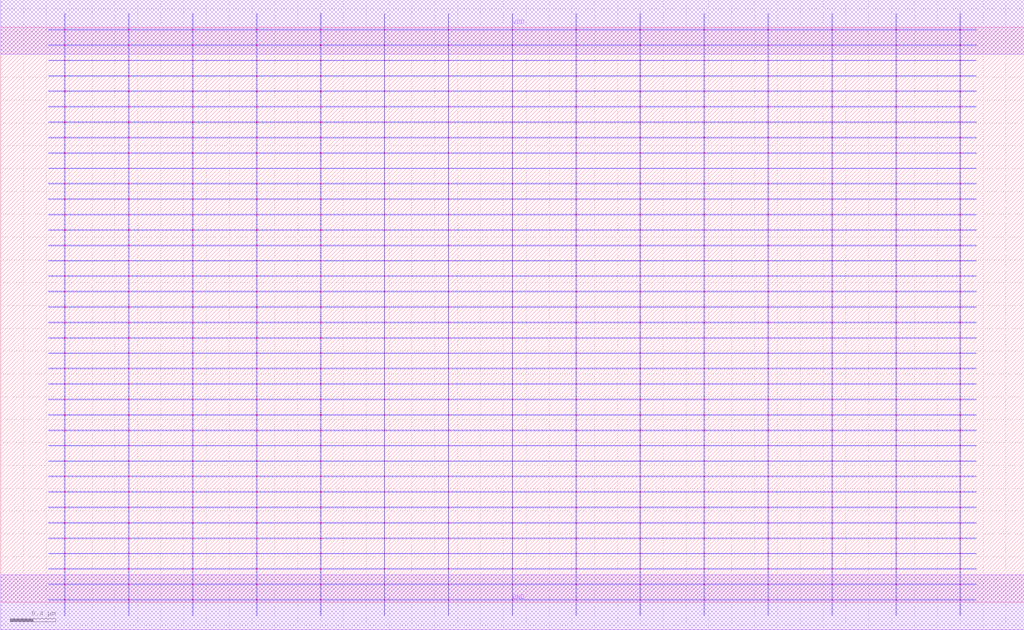
<source format=lef>
MACRO AOAAOI2112
 CLASS CORE ;
 FOREIGN AOAAOI2112 0 0 ;
 SIZE 8.96 BY 5.04 ;
 ORIGIN 0 0 ;
 SYMMETRY X Y R90 ;
 SITE unit ;
  PIN VDD
   DIRECTION INOUT ;
   USE POWER ;
   SHAPE ABUTMENT ;
    PORT
     CLASS CORE ;
       LAYER met1 ;
        RECT 0.00000000 4.80000000 8.96000000 5.28000000 ;
    END
  END VDD

  PIN GND
   DIRECTION INOUT ;
   USE POWER ;
   SHAPE ABUTMENT ;
    PORT
     CLASS CORE ;
       LAYER met1 ;
        RECT 0.00000000 -0.24000000 8.96000000 0.24000000 ;
    END
  END GND

 OBS
    LAYER polycont ;
     RECT 1.11600000 2.58300000 1.12400000 2.59100000 ;
     RECT 2.23600000 2.58300000 2.24400000 2.59100000 ;
     RECT 3.35600000 2.58300000 3.36400000 2.59100000 ;
     RECT 5.59600000 2.58300000 5.60400000 2.59100000 ;
     RECT 6.71600000 2.58300000 6.72400000 2.59100000 ;
     RECT 7.83600000 2.58300000 7.84400000 2.59100000 ;
     RECT 1.11600000 2.98800000 1.12400000 2.99600000 ;
     RECT 2.23600000 2.98800000 2.24400000 2.99600000 ;
     RECT 3.35600000 2.98800000 3.36400000 2.99600000 ;
     RECT 4.47600000 2.98800000 4.48400000 2.99600000 ;
     RECT 5.59600000 2.98800000 5.60400000 2.99600000 ;
     RECT 6.71600000 2.98800000 6.72400000 2.99600000 ;

    LAYER pdiffc ;
     RECT 0.55600000 3.39300000 0.56400000 3.40100000 ;
     RECT 1.67600000 3.39300000 1.68400000 3.40100000 ;
     RECT 2.79600000 3.39300000 2.80400000 3.40100000 ;
     RECT 3.91600000 3.39300000 3.92400000 3.40100000 ;
     RECT 5.03600000 3.39300000 5.04400000 3.40100000 ;
     RECT 6.15600000 3.39300000 6.16400000 3.40100000 ;
     RECT 7.27600000 3.39300000 7.28400000 3.40100000 ;
     RECT 0.55600000 3.52800000 0.56400000 3.53600000 ;
     RECT 1.67600000 3.52800000 1.68400000 3.53600000 ;
     RECT 2.79600000 3.52800000 2.80400000 3.53600000 ;
     RECT 3.91600000 3.52800000 3.92400000 3.53600000 ;
     RECT 5.03600000 3.52800000 5.04400000 3.53600000 ;
     RECT 6.15600000 3.52800000 6.16400000 3.53600000 ;
     RECT 7.27600000 3.52800000 7.28400000 3.53600000 ;
     RECT 0.55600000 3.66300000 0.56400000 3.67100000 ;
     RECT 1.67600000 3.66300000 1.68400000 3.67100000 ;
     RECT 2.79600000 3.66300000 2.80400000 3.67100000 ;
     RECT 3.91600000 3.66300000 3.92400000 3.67100000 ;
     RECT 5.03600000 3.66300000 5.04400000 3.67100000 ;
     RECT 6.15600000 3.66300000 6.16400000 3.67100000 ;
     RECT 7.27600000 3.66300000 7.28400000 3.67100000 ;
     RECT 0.55600000 3.79800000 0.56400000 3.80600000 ;
     RECT 1.67600000 3.79800000 1.68400000 3.80600000 ;
     RECT 2.79600000 3.79800000 2.80400000 3.80600000 ;
     RECT 3.91600000 3.79800000 3.92400000 3.80600000 ;
     RECT 5.03600000 3.79800000 5.04400000 3.80600000 ;
     RECT 6.15600000 3.79800000 6.16400000 3.80600000 ;
     RECT 7.27600000 3.79800000 7.28400000 3.80600000 ;
     RECT 0.55600000 3.93300000 0.56400000 3.94100000 ;
     RECT 1.67600000 3.93300000 1.68400000 3.94100000 ;
     RECT 2.79600000 3.93300000 2.80400000 3.94100000 ;
     RECT 3.91600000 3.93300000 3.92400000 3.94100000 ;
     RECT 5.03600000 3.93300000 5.04400000 3.94100000 ;
     RECT 6.15600000 3.93300000 6.16400000 3.94100000 ;
     RECT 7.27600000 3.93300000 7.28400000 3.94100000 ;
     RECT 0.55600000 4.06800000 0.56400000 4.07600000 ;
     RECT 1.67600000 4.06800000 1.68400000 4.07600000 ;
     RECT 2.79600000 4.06800000 2.80400000 4.07600000 ;
     RECT 3.91600000 4.06800000 3.92400000 4.07600000 ;
     RECT 5.03600000 4.06800000 5.04400000 4.07600000 ;
     RECT 6.15600000 4.06800000 6.16400000 4.07600000 ;
     RECT 7.27600000 4.06800000 7.28400000 4.07600000 ;
     RECT 0.55600000 4.20300000 0.56400000 4.21100000 ;
     RECT 1.67600000 4.20300000 1.68400000 4.21100000 ;
     RECT 2.79600000 4.20300000 2.80400000 4.21100000 ;
     RECT 3.91600000 4.20300000 3.92400000 4.21100000 ;
     RECT 5.03600000 4.20300000 5.04400000 4.21100000 ;
     RECT 6.15600000 4.20300000 6.16400000 4.21100000 ;
     RECT 7.27600000 4.20300000 7.28400000 4.21100000 ;
     RECT 0.55600000 4.33800000 0.56400000 4.34600000 ;
     RECT 1.67600000 4.33800000 1.68400000 4.34600000 ;
     RECT 2.79600000 4.33800000 2.80400000 4.34600000 ;
     RECT 3.91600000 4.33800000 3.92400000 4.34600000 ;
     RECT 5.03600000 4.33800000 5.04400000 4.34600000 ;
     RECT 6.15600000 4.33800000 6.16400000 4.34600000 ;
     RECT 7.27600000 4.33800000 7.28400000 4.34600000 ;
     RECT 0.55600000 4.47300000 0.56400000 4.48100000 ;
     RECT 1.67600000 4.47300000 1.68400000 4.48100000 ;
     RECT 2.79600000 4.47300000 2.80400000 4.48100000 ;
     RECT 3.91600000 4.47300000 3.92400000 4.48100000 ;
     RECT 5.03600000 4.47300000 5.04400000 4.48100000 ;
     RECT 6.15600000 4.47300000 6.16400000 4.48100000 ;
     RECT 7.27600000 4.47300000 7.28400000 4.48100000 ;
     RECT 0.55600000 4.60800000 0.56400000 4.61600000 ;
     RECT 1.67600000 4.60800000 1.68400000 4.61600000 ;
     RECT 2.79600000 4.60800000 2.80400000 4.61600000 ;
     RECT 3.91600000 4.60800000 3.92400000 4.61600000 ;
     RECT 5.03600000 4.60800000 5.04400000 4.61600000 ;
     RECT 6.15600000 4.60800000 6.16400000 4.61600000 ;
     RECT 7.27600000 4.60800000 7.28400000 4.61600000 ;

    LAYER ndiffc ;
     RECT 5.03600000 0.42300000 5.04400000 0.43100000 ;
     RECT 6.15600000 0.42300000 6.16400000 0.43100000 ;
     RECT 7.27600000 0.42300000 7.28400000 0.43100000 ;
     RECT 8.39600000 0.42300000 8.40400000 0.43100000 ;
     RECT 5.03600000 0.55800000 5.04400000 0.56600000 ;
     RECT 6.15600000 0.55800000 6.16400000 0.56600000 ;
     RECT 7.27600000 0.55800000 7.28400000 0.56600000 ;
     RECT 8.39600000 0.55800000 8.40400000 0.56600000 ;
     RECT 5.03600000 0.69300000 5.04400000 0.70100000 ;
     RECT 6.15600000 0.69300000 6.16400000 0.70100000 ;
     RECT 7.27600000 0.69300000 7.28400000 0.70100000 ;
     RECT 8.39600000 0.69300000 8.40400000 0.70100000 ;
     RECT 5.03600000 0.82800000 5.04400000 0.83600000 ;
     RECT 6.15600000 0.82800000 6.16400000 0.83600000 ;
     RECT 7.27600000 0.82800000 7.28400000 0.83600000 ;
     RECT 8.39600000 0.82800000 8.40400000 0.83600000 ;
     RECT 5.03600000 0.96300000 5.04400000 0.97100000 ;
     RECT 6.15600000 0.96300000 6.16400000 0.97100000 ;
     RECT 7.27600000 0.96300000 7.28400000 0.97100000 ;
     RECT 8.39600000 0.96300000 8.40400000 0.97100000 ;
     RECT 5.03600000 1.09800000 5.04400000 1.10600000 ;
     RECT 6.15600000 1.09800000 6.16400000 1.10600000 ;
     RECT 7.27600000 1.09800000 7.28400000 1.10600000 ;
     RECT 8.39600000 1.09800000 8.40400000 1.10600000 ;
     RECT 5.03600000 1.23300000 5.04400000 1.24100000 ;
     RECT 6.15600000 1.23300000 6.16400000 1.24100000 ;
     RECT 7.27600000 1.23300000 7.28400000 1.24100000 ;
     RECT 8.39600000 1.23300000 8.40400000 1.24100000 ;
     RECT 5.03600000 1.36800000 5.04400000 1.37600000 ;
     RECT 6.15600000 1.36800000 6.16400000 1.37600000 ;
     RECT 7.27600000 1.36800000 7.28400000 1.37600000 ;
     RECT 8.39600000 1.36800000 8.40400000 1.37600000 ;
     RECT 5.03600000 1.50300000 5.04400000 1.51100000 ;
     RECT 6.15600000 1.50300000 6.16400000 1.51100000 ;
     RECT 7.27600000 1.50300000 7.28400000 1.51100000 ;
     RECT 8.39600000 1.50300000 8.40400000 1.51100000 ;
     RECT 5.03600000 1.63800000 5.04400000 1.64600000 ;
     RECT 6.15600000 1.63800000 6.16400000 1.64600000 ;
     RECT 7.27600000 1.63800000 7.28400000 1.64600000 ;
     RECT 8.39600000 1.63800000 8.40400000 1.64600000 ;
     RECT 5.03600000 1.77300000 5.04400000 1.78100000 ;
     RECT 6.15600000 1.77300000 6.16400000 1.78100000 ;
     RECT 7.27600000 1.77300000 7.28400000 1.78100000 ;
     RECT 8.39600000 1.77300000 8.40400000 1.78100000 ;
     RECT 5.03600000 1.90800000 5.04400000 1.91600000 ;
     RECT 6.15600000 1.90800000 6.16400000 1.91600000 ;
     RECT 7.27600000 1.90800000 7.28400000 1.91600000 ;
     RECT 8.39600000 1.90800000 8.40400000 1.91600000 ;
     RECT 5.03600000 2.04300000 5.04400000 2.05100000 ;
     RECT 6.15600000 2.04300000 6.16400000 2.05100000 ;
     RECT 7.27600000 2.04300000 7.28400000 2.05100000 ;
     RECT 8.39600000 2.04300000 8.40400000 2.05100000 ;
     RECT 0.55600000 0.82800000 0.56400000 0.83600000 ;
     RECT 1.67600000 0.82800000 1.68400000 0.83600000 ;
     RECT 2.79600000 0.82800000 2.80400000 0.83600000 ;
     RECT 3.91600000 0.82800000 3.92400000 0.83600000 ;
     RECT 0.55600000 1.36800000 0.56400000 1.37600000 ;
     RECT 1.67600000 1.36800000 1.68400000 1.37600000 ;
     RECT 2.79600000 1.36800000 2.80400000 1.37600000 ;
     RECT 3.91600000 1.36800000 3.92400000 1.37600000 ;
     RECT 0.55600000 0.42300000 0.56400000 0.43100000 ;
     RECT 1.67600000 0.42300000 1.68400000 0.43100000 ;
     RECT 2.79600000 0.42300000 2.80400000 0.43100000 ;
     RECT 3.91600000 0.42300000 3.92400000 0.43100000 ;
     RECT 0.55600000 1.50300000 0.56400000 1.51100000 ;
     RECT 1.67600000 1.50300000 1.68400000 1.51100000 ;
     RECT 2.79600000 1.50300000 2.80400000 1.51100000 ;
     RECT 3.91600000 1.50300000 3.92400000 1.51100000 ;
     RECT 0.55600000 0.96300000 0.56400000 0.97100000 ;
     RECT 1.67600000 0.96300000 1.68400000 0.97100000 ;
     RECT 2.79600000 0.96300000 2.80400000 0.97100000 ;
     RECT 3.91600000 0.96300000 3.92400000 0.97100000 ;
     RECT 0.55600000 1.63800000 0.56400000 1.64600000 ;
     RECT 1.67600000 1.63800000 1.68400000 1.64600000 ;
     RECT 2.79600000 1.63800000 2.80400000 1.64600000 ;
     RECT 3.91600000 1.63800000 3.92400000 1.64600000 ;
     RECT 0.55600000 0.69300000 0.56400000 0.70100000 ;
     RECT 1.67600000 0.69300000 1.68400000 0.70100000 ;
     RECT 2.79600000 0.69300000 2.80400000 0.70100000 ;
     RECT 3.91600000 0.69300000 3.92400000 0.70100000 ;
     RECT 0.55600000 1.77300000 0.56400000 1.78100000 ;
     RECT 1.67600000 1.77300000 1.68400000 1.78100000 ;
     RECT 2.79600000 1.77300000 2.80400000 1.78100000 ;
     RECT 3.91600000 1.77300000 3.92400000 1.78100000 ;
     RECT 0.55600000 1.09800000 0.56400000 1.10600000 ;
     RECT 1.67600000 1.09800000 1.68400000 1.10600000 ;
     RECT 2.79600000 1.09800000 2.80400000 1.10600000 ;
     RECT 3.91600000 1.09800000 3.92400000 1.10600000 ;
     RECT 0.55600000 1.90800000 0.56400000 1.91600000 ;
     RECT 1.67600000 1.90800000 1.68400000 1.91600000 ;
     RECT 2.79600000 1.90800000 2.80400000 1.91600000 ;
     RECT 3.91600000 1.90800000 3.92400000 1.91600000 ;
     RECT 0.55600000 0.55800000 0.56400000 0.56600000 ;
     RECT 1.67600000 0.55800000 1.68400000 0.56600000 ;
     RECT 2.79600000 0.55800000 2.80400000 0.56600000 ;
     RECT 3.91600000 0.55800000 3.92400000 0.56600000 ;
     RECT 0.55600000 2.04300000 0.56400000 2.05100000 ;
     RECT 1.67600000 2.04300000 1.68400000 2.05100000 ;
     RECT 2.79600000 2.04300000 2.80400000 2.05100000 ;
     RECT 3.91600000 2.04300000 3.92400000 2.05100000 ;
     RECT 0.55600000 1.23300000 0.56400000 1.24100000 ;
     RECT 1.67600000 1.23300000 1.68400000 1.24100000 ;
     RECT 2.79600000 1.23300000 2.80400000 1.24100000 ;
     RECT 3.91600000 1.23300000 3.92400000 1.24100000 ;

    LAYER met1 ;
     RECT 0.00000000 -0.24000000 8.96000000 0.24000000 ;
     RECT 4.47600000 0.24000000 4.48400000 0.28800000 ;
     RECT 0.44500000 0.28800000 8.51500000 0.29600000 ;
     RECT 4.47600000 0.29600000 4.48400000 0.42300000 ;
     RECT 0.44500000 0.42300000 8.51500000 0.43100000 ;
     RECT 4.47600000 0.43100000 4.48400000 0.55800000 ;
     RECT 0.44500000 0.55800000 8.51500000 0.56600000 ;
     RECT 4.47600000 0.56600000 4.48400000 0.69300000 ;
     RECT 0.44500000 0.69300000 8.51500000 0.70100000 ;
     RECT 4.47600000 0.70100000 4.48400000 0.82800000 ;
     RECT 0.44500000 0.82800000 8.51500000 0.83600000 ;
     RECT 4.47600000 0.83600000 4.48400000 0.96300000 ;
     RECT 0.44500000 0.96300000 8.51500000 0.97100000 ;
     RECT 4.47600000 0.97100000 4.48400000 1.09800000 ;
     RECT 0.44500000 1.09800000 8.51500000 1.10600000 ;
     RECT 4.47600000 1.10600000 4.48400000 1.23300000 ;
     RECT 0.44500000 1.23300000 8.51500000 1.24100000 ;
     RECT 4.47600000 1.24100000 4.48400000 1.36800000 ;
     RECT 0.44500000 1.36800000 8.51500000 1.37600000 ;
     RECT 4.47600000 1.37600000 4.48400000 1.50300000 ;
     RECT 0.44500000 1.50300000 8.51500000 1.51100000 ;
     RECT 4.47600000 1.51100000 4.48400000 1.63800000 ;
     RECT 0.44500000 1.63800000 8.51500000 1.64600000 ;
     RECT 4.47600000 1.64600000 4.48400000 1.77300000 ;
     RECT 0.44500000 1.77300000 8.51500000 1.78100000 ;
     RECT 4.47600000 1.78100000 4.48400000 1.90800000 ;
     RECT 0.44500000 1.90800000 8.51500000 1.91600000 ;
     RECT 4.47600000 1.91600000 4.48400000 2.04300000 ;
     RECT 0.44500000 2.04300000 8.51500000 2.05100000 ;
     RECT 4.47600000 2.05100000 4.48400000 2.17800000 ;
     RECT 0.44500000 2.17800000 8.51500000 2.18600000 ;
     RECT 4.47600000 2.18600000 4.48400000 2.31300000 ;
     RECT 0.44500000 2.31300000 8.51500000 2.32100000 ;
     RECT 4.47600000 2.32100000 4.48400000 2.44800000 ;
     RECT 0.44500000 2.44800000 8.51500000 2.45600000 ;
     RECT 0.55600000 2.45600000 0.56400000 2.58300000 ;
     RECT 1.11600000 2.45600000 1.12400000 2.58300000 ;
     RECT 1.67600000 2.45600000 1.68400000 2.58300000 ;
     RECT 2.23600000 2.45600000 2.24400000 2.58300000 ;
     RECT 2.79600000 2.45600000 2.80400000 2.58300000 ;
     RECT 3.35600000 2.45600000 3.36400000 2.58300000 ;
     RECT 3.91600000 2.45600000 3.92400000 2.58300000 ;
     RECT 4.47600000 2.45600000 4.48400000 2.58300000 ;
     RECT 5.03600000 2.45600000 5.04400000 2.58300000 ;
     RECT 5.59600000 2.45600000 5.60400000 2.58300000 ;
     RECT 6.15600000 2.45600000 6.16400000 2.58300000 ;
     RECT 6.71600000 2.45600000 6.72400000 2.58300000 ;
     RECT 7.27600000 2.45600000 7.28400000 2.58300000 ;
     RECT 7.83600000 2.45600000 7.84400000 2.58300000 ;
     RECT 8.39600000 2.45600000 8.40400000 2.58300000 ;
     RECT 0.44500000 2.58300000 8.51500000 2.59100000 ;
     RECT 4.47600000 2.59100000 4.48400000 2.71800000 ;
     RECT 0.44500000 2.71800000 8.51500000 2.72600000 ;
     RECT 4.47600000 2.72600000 4.48400000 2.85300000 ;
     RECT 0.44500000 2.85300000 8.51500000 2.86100000 ;
     RECT 4.47600000 2.86100000 4.48400000 2.98800000 ;
     RECT 0.44500000 2.98800000 8.51500000 2.99600000 ;
     RECT 4.47600000 2.99600000 4.48400000 3.12300000 ;
     RECT 0.44500000 3.12300000 8.51500000 3.13100000 ;
     RECT 4.47600000 3.13100000 4.48400000 3.25800000 ;
     RECT 0.44500000 3.25800000 8.51500000 3.26600000 ;
     RECT 4.47600000 3.26600000 4.48400000 3.39300000 ;
     RECT 0.44500000 3.39300000 8.51500000 3.40100000 ;
     RECT 4.47600000 3.40100000 4.48400000 3.52800000 ;
     RECT 0.44500000 3.52800000 8.51500000 3.53600000 ;
     RECT 4.47600000 3.53600000 4.48400000 3.66300000 ;
     RECT 0.44500000 3.66300000 8.51500000 3.67100000 ;
     RECT 4.47600000 3.67100000 4.48400000 3.79800000 ;
     RECT 0.44500000 3.79800000 8.51500000 3.80600000 ;
     RECT 4.47600000 3.80600000 4.48400000 3.93300000 ;
     RECT 0.44500000 3.93300000 8.51500000 3.94100000 ;
     RECT 4.47600000 3.94100000 4.48400000 4.06800000 ;
     RECT 0.44500000 4.06800000 8.51500000 4.07600000 ;
     RECT 4.47600000 4.07600000 4.48400000 4.20300000 ;
     RECT 0.44500000 4.20300000 8.51500000 4.21100000 ;
     RECT 4.47600000 4.21100000 4.48400000 4.33800000 ;
     RECT 0.44500000 4.33800000 8.51500000 4.34600000 ;
     RECT 4.47600000 4.34600000 4.48400000 4.47300000 ;
     RECT 0.44500000 4.47300000 8.51500000 4.48100000 ;
     RECT 4.47600000 4.48100000 4.48400000 4.60800000 ;
     RECT 0.44500000 4.60800000 8.51500000 4.61600000 ;
     RECT 4.47600000 4.61600000 4.48400000 4.74300000 ;
     RECT 0.44500000 4.74300000 8.51500000 4.75100000 ;
     RECT 4.47600000 4.75100000 4.48400000 4.80000000 ;
     RECT 0.00000000 4.80000000 8.96000000 5.28000000 ;
     RECT 6.71600000 3.13100000 6.72400000 3.25800000 ;
     RECT 6.71600000 3.26600000 6.72400000 3.39300000 ;
     RECT 6.71600000 3.40100000 6.72400000 3.52800000 ;
     RECT 6.71600000 2.72600000 6.72400000 2.85300000 ;
     RECT 6.71600000 3.53600000 6.72400000 3.66300000 ;
     RECT 6.71600000 3.67100000 6.72400000 3.79800000 ;
     RECT 6.71600000 2.59100000 6.72400000 2.71800000 ;
     RECT 5.03600000 3.80600000 5.04400000 3.93300000 ;
     RECT 5.59600000 3.80600000 5.60400000 3.93300000 ;
     RECT 6.15600000 3.80600000 6.16400000 3.93300000 ;
     RECT 6.71600000 3.80600000 6.72400000 3.93300000 ;
     RECT 7.27600000 3.80600000 7.28400000 3.93300000 ;
     RECT 7.83600000 3.80600000 7.84400000 3.93300000 ;
     RECT 8.39600000 3.80600000 8.40400000 3.93300000 ;
     RECT 6.71600000 3.94100000 6.72400000 4.06800000 ;
     RECT 6.71600000 2.86100000 6.72400000 2.98800000 ;
     RECT 6.71600000 4.07600000 6.72400000 4.20300000 ;
     RECT 6.71600000 4.21100000 6.72400000 4.33800000 ;
     RECT 6.71600000 4.34600000 6.72400000 4.47300000 ;
     RECT 6.71600000 4.48100000 6.72400000 4.60800000 ;
     RECT 6.71600000 4.61600000 6.72400000 4.74300000 ;
     RECT 6.71600000 2.99600000 6.72400000 3.12300000 ;
     RECT 6.71600000 4.75100000 6.72400000 4.80000000 ;
     RECT 8.39600000 3.94100000 8.40400000 4.06800000 ;
     RECT 7.27600000 4.21100000 7.28400000 4.33800000 ;
     RECT 7.83600000 4.21100000 7.84400000 4.33800000 ;
     RECT 8.39600000 4.21100000 8.40400000 4.33800000 ;
     RECT 7.27600000 3.94100000 7.28400000 4.06800000 ;
     RECT 7.27600000 4.34600000 7.28400000 4.47300000 ;
     RECT 7.83600000 4.34600000 7.84400000 4.47300000 ;
     RECT 8.39600000 4.34600000 8.40400000 4.47300000 ;
     RECT 7.83600000 3.94100000 7.84400000 4.06800000 ;
     RECT 7.27600000 4.48100000 7.28400000 4.60800000 ;
     RECT 7.83600000 4.48100000 7.84400000 4.60800000 ;
     RECT 8.39600000 4.48100000 8.40400000 4.60800000 ;
     RECT 7.27600000 4.07600000 7.28400000 4.20300000 ;
     RECT 7.27600000 4.61600000 7.28400000 4.74300000 ;
     RECT 7.83600000 4.61600000 7.84400000 4.74300000 ;
     RECT 8.39600000 4.61600000 8.40400000 4.74300000 ;
     RECT 7.83600000 4.07600000 7.84400000 4.20300000 ;
     RECT 8.39600000 4.07600000 8.40400000 4.20300000 ;
     RECT 7.27600000 4.75100000 7.28400000 4.80000000 ;
     RECT 7.83600000 4.75100000 7.84400000 4.80000000 ;
     RECT 8.39600000 4.75100000 8.40400000 4.80000000 ;
     RECT 5.59600000 4.48100000 5.60400000 4.60800000 ;
     RECT 6.15600000 4.48100000 6.16400000 4.60800000 ;
     RECT 6.15600000 4.21100000 6.16400000 4.33800000 ;
     RECT 5.59600000 4.07600000 5.60400000 4.20300000 ;
     RECT 6.15600000 4.07600000 6.16400000 4.20300000 ;
     RECT 6.15600000 3.94100000 6.16400000 4.06800000 ;
     RECT 5.03600000 4.61600000 5.04400000 4.74300000 ;
     RECT 5.59600000 4.61600000 5.60400000 4.74300000 ;
     RECT 6.15600000 4.61600000 6.16400000 4.74300000 ;
     RECT 5.03600000 3.94100000 5.04400000 4.06800000 ;
     RECT 5.03600000 4.34600000 5.04400000 4.47300000 ;
     RECT 5.59600000 4.34600000 5.60400000 4.47300000 ;
     RECT 6.15600000 4.34600000 6.16400000 4.47300000 ;
     RECT 5.59600000 3.94100000 5.60400000 4.06800000 ;
     RECT 5.03600000 4.75100000 5.04400000 4.80000000 ;
     RECT 5.59600000 4.75100000 5.60400000 4.80000000 ;
     RECT 6.15600000 4.75100000 6.16400000 4.80000000 ;
     RECT 5.03600000 4.07600000 5.04400000 4.20300000 ;
     RECT 5.03600000 4.21100000 5.04400000 4.33800000 ;
     RECT 5.59600000 4.21100000 5.60400000 4.33800000 ;
     RECT 5.03600000 4.48100000 5.04400000 4.60800000 ;
     RECT 5.03600000 3.53600000 5.04400000 3.66300000 ;
     RECT 5.59600000 3.53600000 5.60400000 3.66300000 ;
     RECT 5.03600000 2.99600000 5.04400000 3.12300000 ;
     RECT 6.15600000 3.53600000 6.16400000 3.66300000 ;
     RECT 6.15600000 2.86100000 6.16400000 2.98800000 ;
     RECT 5.03600000 2.59100000 5.04400000 2.71800000 ;
     RECT 5.03600000 3.67100000 5.04400000 3.79800000 ;
     RECT 5.59600000 3.67100000 5.60400000 3.79800000 ;
     RECT 6.15600000 3.67100000 6.16400000 3.79800000 ;
     RECT 5.59600000 2.59100000 5.60400000 2.71800000 ;
     RECT 5.59600000 2.99600000 5.60400000 3.12300000 ;
     RECT 6.15600000 2.99600000 6.16400000 3.12300000 ;
     RECT 6.15600000 2.59100000 6.16400000 2.71800000 ;
     RECT 5.03600000 2.72600000 5.04400000 2.85300000 ;
     RECT 5.03600000 3.26600000 5.04400000 3.39300000 ;
     RECT 5.59600000 3.26600000 5.60400000 3.39300000 ;
     RECT 6.15600000 3.26600000 6.16400000 3.39300000 ;
     RECT 5.03600000 3.13100000 5.04400000 3.25800000 ;
     RECT 5.59600000 2.72600000 5.60400000 2.85300000 ;
     RECT 6.15600000 2.72600000 6.16400000 2.85300000 ;
     RECT 5.03600000 3.40100000 5.04400000 3.52800000 ;
     RECT 5.03600000 2.86100000 5.04400000 2.98800000 ;
     RECT 5.59600000 2.86100000 5.60400000 2.98800000 ;
     RECT 5.59600000 3.40100000 5.60400000 3.52800000 ;
     RECT 6.15600000 3.40100000 6.16400000 3.52800000 ;
     RECT 5.59600000 3.13100000 5.60400000 3.25800000 ;
     RECT 6.15600000 3.13100000 6.16400000 3.25800000 ;
     RECT 8.39600000 3.40100000 8.40400000 3.52800000 ;
     RECT 7.83600000 3.26600000 7.84400000 3.39300000 ;
     RECT 7.27600000 2.72600000 7.28400000 2.85300000 ;
     RECT 8.39600000 3.26600000 8.40400000 3.39300000 ;
     RECT 8.39600000 2.99600000 8.40400000 3.12300000 ;
     RECT 7.27600000 3.13100000 7.28400000 3.25800000 ;
     RECT 7.27600000 2.86100000 7.28400000 2.98800000 ;
     RECT 7.83600000 2.86100000 7.84400000 2.98800000 ;
     RECT 7.83600000 3.13100000 7.84400000 3.25800000 ;
     RECT 7.27600000 3.53600000 7.28400000 3.66300000 ;
     RECT 7.83600000 3.53600000 7.84400000 3.66300000 ;
     RECT 8.39600000 3.53600000 8.40400000 3.66300000 ;
     RECT 7.83600000 2.72600000 7.84400000 2.85300000 ;
     RECT 8.39600000 2.72600000 8.40400000 2.85300000 ;
     RECT 8.39600000 3.13100000 8.40400000 3.25800000 ;
     RECT 8.39600000 2.86100000 8.40400000 2.98800000 ;
     RECT 7.27600000 2.59100000 7.28400000 2.71800000 ;
     RECT 8.39600000 2.59100000 8.40400000 2.71800000 ;
     RECT 7.27600000 2.99600000 7.28400000 3.12300000 ;
     RECT 7.27600000 3.26600000 7.28400000 3.39300000 ;
     RECT 7.27600000 3.40100000 7.28400000 3.52800000 ;
     RECT 7.27600000 3.67100000 7.28400000 3.79800000 ;
     RECT 7.83600000 3.67100000 7.84400000 3.79800000 ;
     RECT 8.39600000 3.67100000 8.40400000 3.79800000 ;
     RECT 7.83600000 3.40100000 7.84400000 3.52800000 ;
     RECT 7.83600000 2.59100000 7.84400000 2.71800000 ;
     RECT 7.83600000 2.99600000 7.84400000 3.12300000 ;
     RECT 2.23600000 3.26600000 2.24400000 3.39300000 ;
     RECT 2.23600000 2.59100000 2.24400000 2.71800000 ;
     RECT 2.23600000 3.94100000 2.24400000 4.06800000 ;
     RECT 2.23600000 2.99600000 2.24400000 3.12300000 ;
     RECT 2.23600000 4.07600000 2.24400000 4.20300000 ;
     RECT 2.23600000 3.40100000 2.24400000 3.52800000 ;
     RECT 2.23600000 4.21100000 2.24400000 4.33800000 ;
     RECT 2.23600000 3.53600000 2.24400000 3.66300000 ;
     RECT 2.23600000 4.34600000 2.24400000 4.47300000 ;
     RECT 2.23600000 2.86100000 2.24400000 2.98800000 ;
     RECT 2.23600000 3.13100000 2.24400000 3.25800000 ;
     RECT 2.23600000 4.48100000 2.24400000 4.60800000 ;
     RECT 2.23600000 3.67100000 2.24400000 3.79800000 ;
     RECT 2.23600000 4.61600000 2.24400000 4.74300000 ;
     RECT 2.23600000 2.72600000 2.24400000 2.85300000 ;
     RECT 2.23600000 4.75100000 2.24400000 4.80000000 ;
     RECT 0.55600000 3.80600000 0.56400000 3.93300000 ;
     RECT 1.11600000 3.80600000 1.12400000 3.93300000 ;
     RECT 1.67600000 3.80600000 1.68400000 3.93300000 ;
     RECT 2.23600000 3.80600000 2.24400000 3.93300000 ;
     RECT 2.79600000 3.80600000 2.80400000 3.93300000 ;
     RECT 3.35600000 3.80600000 3.36400000 3.93300000 ;
     RECT 3.91600000 3.80600000 3.92400000 3.93300000 ;
     RECT 3.91600000 3.94100000 3.92400000 4.06800000 ;
     RECT 2.79600000 4.48100000 2.80400000 4.60800000 ;
     RECT 3.35600000 4.48100000 3.36400000 4.60800000 ;
     RECT 3.91600000 4.48100000 3.92400000 4.60800000 ;
     RECT 2.79600000 3.94100000 2.80400000 4.06800000 ;
     RECT 2.79600000 4.21100000 2.80400000 4.33800000 ;
     RECT 2.79600000 4.61600000 2.80400000 4.74300000 ;
     RECT 3.35600000 4.61600000 3.36400000 4.74300000 ;
     RECT 3.91600000 4.61600000 3.92400000 4.74300000 ;
     RECT 3.35600000 4.21100000 3.36400000 4.33800000 ;
     RECT 3.91600000 4.21100000 3.92400000 4.33800000 ;
     RECT 2.79600000 4.75100000 2.80400000 4.80000000 ;
     RECT 3.35600000 4.75100000 3.36400000 4.80000000 ;
     RECT 3.91600000 4.75100000 3.92400000 4.80000000 ;
     RECT 3.35600000 3.94100000 3.36400000 4.06800000 ;
     RECT 2.79600000 4.07600000 2.80400000 4.20300000 ;
     RECT 2.79600000 4.34600000 2.80400000 4.47300000 ;
     RECT 3.35600000 4.34600000 3.36400000 4.47300000 ;
     RECT 3.91600000 4.34600000 3.92400000 4.47300000 ;
     RECT 3.35600000 4.07600000 3.36400000 4.20300000 ;
     RECT 3.91600000 4.07600000 3.92400000 4.20300000 ;
     RECT 1.11600000 4.61600000 1.12400000 4.74300000 ;
     RECT 1.67600000 4.61600000 1.68400000 4.74300000 ;
     RECT 1.67600000 4.34600000 1.68400000 4.47300000 ;
     RECT 1.11600000 4.07600000 1.12400000 4.20300000 ;
     RECT 0.55600000 4.21100000 0.56400000 4.33800000 ;
     RECT 1.11600000 4.21100000 1.12400000 4.33800000 ;
     RECT 1.67600000 4.21100000 1.68400000 4.33800000 ;
     RECT 0.55600000 4.75100000 0.56400000 4.80000000 ;
     RECT 1.11600000 4.75100000 1.12400000 4.80000000 ;
     RECT 1.67600000 4.75100000 1.68400000 4.80000000 ;
     RECT 1.67600000 4.07600000 1.68400000 4.20300000 ;
     RECT 1.67600000 3.94100000 1.68400000 4.06800000 ;
     RECT 0.55600000 4.48100000 0.56400000 4.60800000 ;
     RECT 1.11600000 4.48100000 1.12400000 4.60800000 ;
     RECT 1.67600000 4.48100000 1.68400000 4.60800000 ;
     RECT 0.55600000 3.94100000 0.56400000 4.06800000 ;
     RECT 1.11600000 3.94100000 1.12400000 4.06800000 ;
     RECT 0.55600000 4.07600000 0.56400000 4.20300000 ;
     RECT 0.55600000 4.34600000 0.56400000 4.47300000 ;
     RECT 1.11600000 4.34600000 1.12400000 4.47300000 ;
     RECT 0.55600000 4.61600000 0.56400000 4.74300000 ;
     RECT 0.55600000 2.99600000 0.56400000 3.12300000 ;
     RECT 0.55600000 3.40100000 0.56400000 3.52800000 ;
     RECT 1.11600000 3.40100000 1.12400000 3.52800000 ;
     RECT 1.67600000 3.40100000 1.68400000 3.52800000 ;
     RECT 1.11600000 2.99600000 1.12400000 3.12300000 ;
     RECT 1.67600000 2.99600000 1.68400000 3.12300000 ;
     RECT 0.55600000 2.59100000 0.56400000 2.71800000 ;
     RECT 1.67600000 2.72600000 1.68400000 2.85300000 ;
     RECT 0.55600000 3.13100000 0.56400000 3.25800000 ;
     RECT 1.67600000 2.59100000 1.68400000 2.71800000 ;
     RECT 0.55600000 3.26600000 0.56400000 3.39300000 ;
     RECT 1.11600000 3.13100000 1.12400000 3.25800000 ;
     RECT 1.67600000 3.13100000 1.68400000 3.25800000 ;
     RECT 1.11600000 2.72600000 1.12400000 2.85300000 ;
     RECT 0.55600000 2.86100000 0.56400000 2.98800000 ;
     RECT 1.11600000 2.86100000 1.12400000 2.98800000 ;
     RECT 1.67600000 2.86100000 1.68400000 2.98800000 ;
     RECT 0.55600000 3.53600000 0.56400000 3.66300000 ;
     RECT 1.11600000 3.53600000 1.12400000 3.66300000 ;
     RECT 1.67600000 3.53600000 1.68400000 3.66300000 ;
     RECT 1.11600000 2.59100000 1.12400000 2.71800000 ;
     RECT 0.55600000 3.67100000 0.56400000 3.79800000 ;
     RECT 1.11600000 3.67100000 1.12400000 3.79800000 ;
     RECT 1.67600000 3.67100000 1.68400000 3.79800000 ;
     RECT 0.55600000 2.72600000 0.56400000 2.85300000 ;
     RECT 1.11600000 3.26600000 1.12400000 3.39300000 ;
     RECT 1.67600000 3.26600000 1.68400000 3.39300000 ;
     RECT 3.35600000 3.13100000 3.36400000 3.25800000 ;
     RECT 2.79600000 3.53600000 2.80400000 3.66300000 ;
     RECT 3.35600000 2.86100000 3.36400000 2.98800000 ;
     RECT 3.91600000 2.86100000 3.92400000 2.98800000 ;
     RECT 3.35600000 2.59100000 3.36400000 2.71800000 ;
     RECT 2.79600000 3.40100000 2.80400000 3.52800000 ;
     RECT 2.79600000 2.72600000 2.80400000 2.85300000 ;
     RECT 3.35600000 2.72600000 3.36400000 2.85300000 ;
     RECT 3.91600000 2.72600000 3.92400000 2.85300000 ;
     RECT 3.35600000 3.40100000 3.36400000 3.52800000 ;
     RECT 3.91600000 3.40100000 3.92400000 3.52800000 ;
     RECT 3.91600000 2.99600000 3.92400000 3.12300000 ;
     RECT 3.91600000 2.59100000 3.92400000 2.71800000 ;
     RECT 3.91600000 3.13100000 3.92400000 3.25800000 ;
     RECT 2.79600000 2.86100000 2.80400000 2.98800000 ;
     RECT 3.35600000 3.26600000 3.36400000 3.39300000 ;
     RECT 3.35600000 3.53600000 3.36400000 3.66300000 ;
     RECT 3.91600000 3.53600000 3.92400000 3.66300000 ;
     RECT 2.79600000 2.99600000 2.80400000 3.12300000 ;
     RECT 2.79600000 3.67100000 2.80400000 3.79800000 ;
     RECT 3.35600000 3.67100000 3.36400000 3.79800000 ;
     RECT 3.91600000 3.67100000 3.92400000 3.79800000 ;
     RECT 3.35600000 2.99600000 3.36400000 3.12300000 ;
     RECT 3.91600000 3.26600000 3.92400000 3.39300000 ;
     RECT 2.79600000 3.26600000 2.80400000 3.39300000 ;
     RECT 2.79600000 2.59100000 2.80400000 2.71800000 ;
     RECT 2.79600000 3.13100000 2.80400000 3.25800000 ;
     RECT 2.23600000 1.37600000 2.24400000 1.50300000 ;
     RECT 2.23600000 1.51100000 2.24400000 1.63800000 ;
     RECT 2.23600000 0.43100000 2.24400000 0.55800000 ;
     RECT 2.23600000 1.64600000 2.24400000 1.77300000 ;
     RECT 2.23600000 1.78100000 2.24400000 1.90800000 ;
     RECT 2.23600000 1.91600000 2.24400000 2.04300000 ;
     RECT 2.23600000 2.05100000 2.24400000 2.17800000 ;
     RECT 2.23600000 2.18600000 2.24400000 2.31300000 ;
     RECT 2.23600000 0.56600000 2.24400000 0.69300000 ;
     RECT 2.23600000 2.32100000 2.24400000 2.44800000 ;
     RECT 2.23600000 0.70100000 2.24400000 0.82800000 ;
     RECT 2.23600000 0.83600000 2.24400000 0.96300000 ;
     RECT 2.23600000 0.97100000 2.24400000 1.09800000 ;
     RECT 2.23600000 0.29600000 2.24400000 0.42300000 ;
     RECT 0.55600000 1.10600000 0.56400000 1.23300000 ;
     RECT 1.11600000 1.10600000 1.12400000 1.23300000 ;
     RECT 1.67600000 1.10600000 1.68400000 1.23300000 ;
     RECT 2.23600000 1.10600000 2.24400000 1.23300000 ;
     RECT 2.79600000 1.10600000 2.80400000 1.23300000 ;
     RECT 3.35600000 1.10600000 3.36400000 1.23300000 ;
     RECT 3.91600000 1.10600000 3.92400000 1.23300000 ;
     RECT 2.23600000 1.24100000 2.24400000 1.36800000 ;
     RECT 2.23600000 0.24000000 2.24400000 0.28800000 ;
     RECT 3.35600000 2.05100000 3.36400000 2.17800000 ;
     RECT 3.91600000 2.05100000 3.92400000 2.17800000 ;
     RECT 3.91600000 1.51100000 3.92400000 1.63800000 ;
     RECT 2.79600000 2.18600000 2.80400000 2.31300000 ;
     RECT 3.35600000 2.18600000 3.36400000 2.31300000 ;
     RECT 3.91600000 2.18600000 3.92400000 2.31300000 ;
     RECT 3.35600000 1.37600000 3.36400000 1.50300000 ;
     RECT 3.91600000 1.37600000 3.92400000 1.50300000 ;
     RECT 2.79600000 2.32100000 2.80400000 2.44800000 ;
     RECT 3.35600000 2.32100000 3.36400000 2.44800000 ;
     RECT 3.91600000 2.32100000 3.92400000 2.44800000 ;
     RECT 2.79600000 1.64600000 2.80400000 1.77300000 ;
     RECT 3.35600000 1.64600000 3.36400000 1.77300000 ;
     RECT 3.91600000 1.64600000 3.92400000 1.77300000 ;
     RECT 2.79600000 1.37600000 2.80400000 1.50300000 ;
     RECT 2.79600000 1.78100000 2.80400000 1.90800000 ;
     RECT 3.35600000 1.78100000 3.36400000 1.90800000 ;
     RECT 3.91600000 1.78100000 3.92400000 1.90800000 ;
     RECT 2.79600000 1.51100000 2.80400000 1.63800000 ;
     RECT 2.79600000 1.91600000 2.80400000 2.04300000 ;
     RECT 3.35600000 1.91600000 3.36400000 2.04300000 ;
     RECT 3.91600000 1.91600000 3.92400000 2.04300000 ;
     RECT 3.35600000 1.51100000 3.36400000 1.63800000 ;
     RECT 2.79600000 1.24100000 2.80400000 1.36800000 ;
     RECT 3.35600000 1.24100000 3.36400000 1.36800000 ;
     RECT 3.91600000 1.24100000 3.92400000 1.36800000 ;
     RECT 2.79600000 2.05100000 2.80400000 2.17800000 ;
     RECT 1.67600000 2.32100000 1.68400000 2.44800000 ;
     RECT 0.55600000 1.64600000 0.56400000 1.77300000 ;
     RECT 0.55600000 1.78100000 0.56400000 1.90800000 ;
     RECT 1.11600000 1.78100000 1.12400000 1.90800000 ;
     RECT 0.55600000 2.05100000 0.56400000 2.17800000 ;
     RECT 1.11600000 2.05100000 1.12400000 2.17800000 ;
     RECT 1.67600000 2.05100000 1.68400000 2.17800000 ;
     RECT 1.67600000 1.78100000 1.68400000 1.90800000 ;
     RECT 1.11600000 1.64600000 1.12400000 1.77300000 ;
     RECT 1.67600000 1.64600000 1.68400000 1.77300000 ;
     RECT 1.67600000 1.51100000 1.68400000 1.63800000 ;
     RECT 0.55600000 2.18600000 0.56400000 2.31300000 ;
     RECT 1.11600000 2.18600000 1.12400000 2.31300000 ;
     RECT 1.67600000 2.18600000 1.68400000 2.31300000 ;
     RECT 0.55600000 1.51100000 0.56400000 1.63800000 ;
     RECT 0.55600000 1.91600000 0.56400000 2.04300000 ;
     RECT 0.55600000 1.24100000 0.56400000 1.36800000 ;
     RECT 1.11600000 1.24100000 1.12400000 1.36800000 ;
     RECT 1.67600000 1.24100000 1.68400000 1.36800000 ;
     RECT 1.11600000 1.91600000 1.12400000 2.04300000 ;
     RECT 1.67600000 1.91600000 1.68400000 2.04300000 ;
     RECT 1.11600000 1.51100000 1.12400000 1.63800000 ;
     RECT 0.55600000 2.32100000 0.56400000 2.44800000 ;
     RECT 1.11600000 2.32100000 1.12400000 2.44800000 ;
     RECT 0.55600000 1.37600000 0.56400000 1.50300000 ;
     RECT 1.11600000 1.37600000 1.12400000 1.50300000 ;
     RECT 1.67600000 1.37600000 1.68400000 1.50300000 ;
     RECT 1.67600000 0.56600000 1.68400000 0.69300000 ;
     RECT 0.55600000 0.56600000 0.56400000 0.69300000 ;
     RECT 0.55600000 0.43100000 0.56400000 0.55800000 ;
     RECT 1.67600000 0.43100000 1.68400000 0.55800000 ;
     RECT 0.55600000 0.24000000 0.56400000 0.28800000 ;
     RECT 0.55600000 0.70100000 0.56400000 0.82800000 ;
     RECT 1.11600000 0.70100000 1.12400000 0.82800000 ;
     RECT 1.67600000 0.70100000 1.68400000 0.82800000 ;
     RECT 1.11600000 0.43100000 1.12400000 0.55800000 ;
     RECT 1.11600000 0.24000000 1.12400000 0.28800000 ;
     RECT 0.55600000 0.29600000 0.56400000 0.42300000 ;
     RECT 0.55600000 0.83600000 0.56400000 0.96300000 ;
     RECT 1.11600000 0.83600000 1.12400000 0.96300000 ;
     RECT 1.67600000 0.83600000 1.68400000 0.96300000 ;
     RECT 1.11600000 0.56600000 1.12400000 0.69300000 ;
     RECT 1.11600000 0.29600000 1.12400000 0.42300000 ;
     RECT 1.67600000 0.24000000 1.68400000 0.28800000 ;
     RECT 1.67600000 0.29600000 1.68400000 0.42300000 ;
     RECT 0.55600000 0.97100000 0.56400000 1.09800000 ;
     RECT 1.11600000 0.97100000 1.12400000 1.09800000 ;
     RECT 1.67600000 0.97100000 1.68400000 1.09800000 ;
     RECT 3.35600000 0.56600000 3.36400000 0.69300000 ;
     RECT 3.91600000 0.56600000 3.92400000 0.69300000 ;
     RECT 3.91600000 0.24000000 3.92400000 0.28800000 ;
     RECT 3.35600000 0.24000000 3.36400000 0.28800000 ;
     RECT 2.79600000 0.24000000 2.80400000 0.28800000 ;
     RECT 2.79600000 0.83600000 2.80400000 0.96300000 ;
     RECT 3.35600000 0.83600000 3.36400000 0.96300000 ;
     RECT 3.35600000 0.29600000 3.36400000 0.42300000 ;
     RECT 3.91600000 0.29600000 3.92400000 0.42300000 ;
     RECT 3.91600000 0.83600000 3.92400000 0.96300000 ;
     RECT 3.35600000 0.43100000 3.36400000 0.55800000 ;
     RECT 2.79600000 0.43100000 2.80400000 0.55800000 ;
     RECT 2.79600000 0.56600000 2.80400000 0.69300000 ;
     RECT 2.79600000 0.70100000 2.80400000 0.82800000 ;
     RECT 3.35600000 0.70100000 3.36400000 0.82800000 ;
     RECT 3.91600000 0.70100000 3.92400000 0.82800000 ;
     RECT 2.79600000 0.97100000 2.80400000 1.09800000 ;
     RECT 3.35600000 0.97100000 3.36400000 1.09800000 ;
     RECT 3.91600000 0.97100000 3.92400000 1.09800000 ;
     RECT 3.91600000 0.43100000 3.92400000 0.55800000 ;
     RECT 2.79600000 0.29600000 2.80400000 0.42300000 ;
     RECT 6.71600000 1.78100000 6.72400000 1.90800000 ;
     RECT 5.03600000 1.10600000 5.04400000 1.23300000 ;
     RECT 5.59600000 1.10600000 5.60400000 1.23300000 ;
     RECT 6.15600000 1.10600000 6.16400000 1.23300000 ;
     RECT 6.71600000 1.10600000 6.72400000 1.23300000 ;
     RECT 7.27600000 1.10600000 7.28400000 1.23300000 ;
     RECT 6.71600000 1.91600000 6.72400000 2.04300000 ;
     RECT 7.83600000 1.10600000 7.84400000 1.23300000 ;
     RECT 8.39600000 1.10600000 8.40400000 1.23300000 ;
     RECT 6.71600000 0.43100000 6.72400000 0.55800000 ;
     RECT 6.71600000 0.70100000 6.72400000 0.82800000 ;
     RECT 6.71600000 2.05100000 6.72400000 2.17800000 ;
     RECT 6.71600000 1.24100000 6.72400000 1.36800000 ;
     RECT 6.71600000 2.18600000 6.72400000 2.31300000 ;
     RECT 6.71600000 0.29600000 6.72400000 0.42300000 ;
     RECT 6.71600000 2.32100000 6.72400000 2.44800000 ;
     RECT 6.71600000 1.37600000 6.72400000 1.50300000 ;
     RECT 6.71600000 0.83600000 6.72400000 0.96300000 ;
     RECT 6.71600000 0.24000000 6.72400000 0.28800000 ;
     RECT 6.71600000 1.51100000 6.72400000 1.63800000 ;
     RECT 6.71600000 0.56600000 6.72400000 0.69300000 ;
     RECT 6.71600000 1.64600000 6.72400000 1.77300000 ;
     RECT 6.71600000 0.97100000 6.72400000 1.09800000 ;
     RECT 7.83600000 1.24100000 7.84400000 1.36800000 ;
     RECT 8.39600000 1.24100000 8.40400000 1.36800000 ;
     RECT 7.27600000 1.78100000 7.28400000 1.90800000 ;
     RECT 7.27600000 2.18600000 7.28400000 2.31300000 ;
     RECT 7.83600000 2.18600000 7.84400000 2.31300000 ;
     RECT 8.39600000 2.18600000 8.40400000 2.31300000 ;
     RECT 7.83600000 1.78100000 7.84400000 1.90800000 ;
     RECT 8.39600000 1.78100000 8.40400000 1.90800000 ;
     RECT 7.27600000 2.32100000 7.28400000 2.44800000 ;
     RECT 7.83600000 2.32100000 7.84400000 2.44800000 ;
     RECT 8.39600000 2.32100000 8.40400000 2.44800000 ;
     RECT 7.27600000 1.91600000 7.28400000 2.04300000 ;
     RECT 7.27600000 1.37600000 7.28400000 1.50300000 ;
     RECT 7.83600000 1.37600000 7.84400000 1.50300000 ;
     RECT 8.39600000 1.37600000 8.40400000 1.50300000 ;
     RECT 7.83600000 1.91600000 7.84400000 2.04300000 ;
     RECT 7.27600000 2.05100000 7.28400000 2.17800000 ;
     RECT 7.83600000 2.05100000 7.84400000 2.17800000 ;
     RECT 7.27600000 1.51100000 7.28400000 1.63800000 ;
     RECT 7.83600000 1.51100000 7.84400000 1.63800000 ;
     RECT 8.39600000 1.51100000 8.40400000 1.63800000 ;
     RECT 8.39600000 2.05100000 8.40400000 2.17800000 ;
     RECT 8.39600000 1.91600000 8.40400000 2.04300000 ;
     RECT 7.27600000 1.64600000 7.28400000 1.77300000 ;
     RECT 7.83600000 1.64600000 7.84400000 1.77300000 ;
     RECT 8.39600000 1.64600000 8.40400000 1.77300000 ;
     RECT 7.27600000 1.24100000 7.28400000 1.36800000 ;
     RECT 5.59600000 1.37600000 5.60400000 1.50300000 ;
     RECT 6.15600000 1.37600000 6.16400000 1.50300000 ;
     RECT 5.03600000 2.18600000 5.04400000 2.31300000 ;
     RECT 5.59600000 2.18600000 5.60400000 2.31300000 ;
     RECT 6.15600000 2.18600000 6.16400000 2.31300000 ;
     RECT 5.59600000 1.91600000 5.60400000 2.04300000 ;
     RECT 5.03600000 2.05100000 5.04400000 2.17800000 ;
     RECT 5.03600000 1.24100000 5.04400000 1.36800000 ;
     RECT 5.03600000 1.51100000 5.04400000 1.63800000 ;
     RECT 5.59600000 1.51100000 5.60400000 1.63800000 ;
     RECT 6.15600000 1.51100000 6.16400000 1.63800000 ;
     RECT 5.59600000 1.24100000 5.60400000 1.36800000 ;
     RECT 6.15600000 1.24100000 6.16400000 1.36800000 ;
     RECT 5.03600000 2.32100000 5.04400000 2.44800000 ;
     RECT 5.59600000 2.32100000 5.60400000 2.44800000 ;
     RECT 6.15600000 2.32100000 6.16400000 2.44800000 ;
     RECT 5.03600000 1.64600000 5.04400000 1.77300000 ;
     RECT 5.59600000 1.64600000 5.60400000 1.77300000 ;
     RECT 6.15600000 1.64600000 6.16400000 1.77300000 ;
     RECT 5.59600000 2.05100000 5.60400000 2.17800000 ;
     RECT 6.15600000 2.05100000 6.16400000 2.17800000 ;
     RECT 6.15600000 1.91600000 6.16400000 2.04300000 ;
     RECT 5.03600000 1.91600000 5.04400000 2.04300000 ;
     RECT 5.03600000 1.37600000 5.04400000 1.50300000 ;
     RECT 5.03600000 1.78100000 5.04400000 1.90800000 ;
     RECT 5.59600000 1.78100000 5.60400000 1.90800000 ;
     RECT 6.15600000 1.78100000 6.16400000 1.90800000 ;
     RECT 5.03600000 0.56600000 5.04400000 0.69300000 ;
     RECT 5.59600000 0.56600000 5.60400000 0.69300000 ;
     RECT 6.15600000 0.56600000 6.16400000 0.69300000 ;
     RECT 5.59600000 0.70100000 5.60400000 0.82800000 ;
     RECT 5.03600000 0.97100000 5.04400000 1.09800000 ;
     RECT 5.59600000 0.97100000 5.60400000 1.09800000 ;
     RECT 6.15600000 0.97100000 6.16400000 1.09800000 ;
     RECT 5.59600000 0.83600000 5.60400000 0.96300000 ;
     RECT 6.15600000 0.83600000 6.16400000 0.96300000 ;
     RECT 6.15600000 0.70100000 6.16400000 0.82800000 ;
     RECT 6.15600000 0.43100000 6.16400000 0.55800000 ;
     RECT 6.15600000 0.29600000 6.16400000 0.42300000 ;
     RECT 5.59600000 0.29600000 5.60400000 0.42300000 ;
     RECT 6.15600000 0.24000000 6.16400000 0.28800000 ;
     RECT 5.03600000 0.83600000 5.04400000 0.96300000 ;
     RECT 5.03600000 0.24000000 5.04400000 0.28800000 ;
     RECT 5.59600000 0.24000000 5.60400000 0.28800000 ;
     RECT 5.03600000 0.29600000 5.04400000 0.42300000 ;
     RECT 5.03600000 0.43100000 5.04400000 0.55800000 ;
     RECT 5.59600000 0.43100000 5.60400000 0.55800000 ;
     RECT 5.03600000 0.70100000 5.04400000 0.82800000 ;
     RECT 7.27600000 0.24000000 7.28400000 0.28800000 ;
     RECT 7.83600000 0.24000000 7.84400000 0.28800000 ;
     RECT 7.83600000 0.43100000 7.84400000 0.55800000 ;
     RECT 8.39600000 0.43100000 8.40400000 0.55800000 ;
     RECT 8.39600000 0.70100000 8.40400000 0.82800000 ;
     RECT 7.27600000 0.43100000 7.28400000 0.55800000 ;
     RECT 7.27600000 0.29600000 7.28400000 0.42300000 ;
     RECT 7.83600000 0.29600000 7.84400000 0.42300000 ;
     RECT 8.39600000 0.29600000 8.40400000 0.42300000 ;
     RECT 7.83600000 0.70100000 7.84400000 0.82800000 ;
     RECT 7.27600000 0.97100000 7.28400000 1.09800000 ;
     RECT 7.83600000 0.97100000 7.84400000 1.09800000 ;
     RECT 8.39600000 0.97100000 8.40400000 1.09800000 ;
     RECT 8.39600000 0.56600000 8.40400000 0.69300000 ;
     RECT 8.39600000 0.24000000 8.40400000 0.28800000 ;
     RECT 7.27600000 0.83600000 7.28400000 0.96300000 ;
     RECT 7.83600000 0.83600000 7.84400000 0.96300000 ;
     RECT 8.39600000 0.83600000 8.40400000 0.96300000 ;
     RECT 7.27600000 0.56600000 7.28400000 0.69300000 ;
     RECT 7.83600000 0.56600000 7.84400000 0.69300000 ;
     RECT 7.27600000 0.70100000 7.28400000 0.82800000 ;

    LAYER via1 ;
     RECT 4.47600000 0.01800000 4.48400000 0.02600000 ;
     RECT 4.47600000 0.15300000 4.48400000 0.16100000 ;
     RECT 4.47600000 0.28800000 4.48400000 0.29600000 ;
     RECT 4.47600000 0.42300000 4.48400000 0.43100000 ;
     RECT 4.47600000 0.55800000 4.48400000 0.56600000 ;
     RECT 4.47600000 0.69300000 4.48400000 0.70100000 ;
     RECT 4.47600000 0.82800000 4.48400000 0.83600000 ;
     RECT 4.47600000 0.96300000 4.48400000 0.97100000 ;
     RECT 4.47600000 1.09800000 4.48400000 1.10600000 ;
     RECT 4.47600000 1.23300000 4.48400000 1.24100000 ;
     RECT 4.47600000 1.36800000 4.48400000 1.37600000 ;
     RECT 4.47600000 1.50300000 4.48400000 1.51100000 ;
     RECT 4.47600000 1.63800000 4.48400000 1.64600000 ;
     RECT 4.47600000 1.77300000 4.48400000 1.78100000 ;
     RECT 4.47600000 1.90800000 4.48400000 1.91600000 ;
     RECT 4.47600000 2.04300000 4.48400000 2.05100000 ;
     RECT 4.47600000 2.17800000 4.48400000 2.18600000 ;
     RECT 4.47600000 2.31300000 4.48400000 2.32100000 ;
     RECT 4.47600000 2.44800000 4.48400000 2.45600000 ;
     RECT 4.47600000 2.58300000 4.48400000 2.59100000 ;
     RECT 4.47600000 2.71800000 4.48400000 2.72600000 ;
     RECT 4.47600000 2.85300000 4.48400000 2.86100000 ;
     RECT 4.47600000 2.98800000 4.48400000 2.99600000 ;
     RECT 4.47600000 3.12300000 4.48400000 3.13100000 ;
     RECT 4.47600000 3.25800000 4.48400000 3.26600000 ;
     RECT 4.47600000 3.39300000 4.48400000 3.40100000 ;
     RECT 4.47600000 3.52800000 4.48400000 3.53600000 ;
     RECT 4.47600000 3.66300000 4.48400000 3.67100000 ;
     RECT 4.47600000 3.79800000 4.48400000 3.80600000 ;
     RECT 4.47600000 3.93300000 4.48400000 3.94100000 ;
     RECT 4.47600000 4.06800000 4.48400000 4.07600000 ;
     RECT 4.47600000 4.20300000 4.48400000 4.21100000 ;
     RECT 4.47600000 4.33800000 4.48400000 4.34600000 ;
     RECT 4.47600000 4.47300000 4.48400000 4.48100000 ;
     RECT 4.47600000 4.60800000 4.48400000 4.61600000 ;
     RECT 4.47600000 4.74300000 4.48400000 4.75100000 ;
     RECT 4.47600000 4.87800000 4.48400000 4.88600000 ;
     RECT 4.47600000 5.01300000 4.48400000 5.02100000 ;
     RECT 6.71600000 3.79800000 6.72400000 3.80600000 ;
     RECT 7.27600000 3.79800000 7.28400000 3.80600000 ;
     RECT 7.83600000 3.79800000 7.84400000 3.80600000 ;
     RECT 8.39600000 3.79800000 8.40400000 3.80600000 ;
     RECT 6.71600000 3.93300000 6.72400000 3.94100000 ;
     RECT 7.27600000 3.93300000 7.28400000 3.94100000 ;
     RECT 7.83600000 3.93300000 7.84400000 3.94100000 ;
     RECT 8.39600000 3.93300000 8.40400000 3.94100000 ;
     RECT 6.71600000 4.06800000 6.72400000 4.07600000 ;
     RECT 7.27600000 4.06800000 7.28400000 4.07600000 ;
     RECT 7.83600000 4.06800000 7.84400000 4.07600000 ;
     RECT 8.39600000 4.06800000 8.40400000 4.07600000 ;
     RECT 6.71600000 4.20300000 6.72400000 4.21100000 ;
     RECT 7.27600000 4.20300000 7.28400000 4.21100000 ;
     RECT 7.83600000 4.20300000 7.84400000 4.21100000 ;
     RECT 8.39600000 4.20300000 8.40400000 4.21100000 ;
     RECT 6.71600000 4.33800000 6.72400000 4.34600000 ;
     RECT 7.27600000 4.33800000 7.28400000 4.34600000 ;
     RECT 7.83600000 4.33800000 7.84400000 4.34600000 ;
     RECT 8.39600000 4.33800000 8.40400000 4.34600000 ;
     RECT 6.71600000 4.47300000 6.72400000 4.48100000 ;
     RECT 7.27600000 4.47300000 7.28400000 4.48100000 ;
     RECT 7.83600000 4.47300000 7.84400000 4.48100000 ;
     RECT 8.39600000 4.47300000 8.40400000 4.48100000 ;
     RECT 6.71600000 4.60800000 6.72400000 4.61600000 ;
     RECT 7.27600000 4.60800000 7.28400000 4.61600000 ;
     RECT 7.83600000 4.60800000 7.84400000 4.61600000 ;
     RECT 8.39600000 4.60800000 8.40400000 4.61600000 ;
     RECT 6.71600000 4.74300000 6.72400000 4.75100000 ;
     RECT 7.27600000 4.74300000 7.28400000 4.75100000 ;
     RECT 7.83600000 4.74300000 7.84400000 4.75100000 ;
     RECT 8.39600000 4.74300000 8.40400000 4.75100000 ;
     RECT 6.71600000 4.87800000 6.72400000 4.88600000 ;
     RECT 7.27600000 4.87800000 7.28400000 4.88600000 ;
     RECT 7.83600000 4.87800000 7.84400000 4.88600000 ;
     RECT 8.39600000 4.87800000 8.40400000 4.88600000 ;
     RECT 6.71600000 5.01300000 6.72400000 5.02100000 ;
     RECT 7.27600000 5.01300000 7.28400000 5.02100000 ;
     RECT 7.83600000 5.01300000 7.84400000 5.02100000 ;
     RECT 8.39600000 5.01300000 8.40400000 5.02100000 ;
     RECT 5.59600000 4.20300000 5.60400000 4.21100000 ;
     RECT 6.15600000 4.20300000 6.16400000 4.21100000 ;
     RECT 5.03600000 4.60800000 5.04400000 4.61600000 ;
     RECT 5.59600000 4.60800000 5.60400000 4.61600000 ;
     RECT 6.15600000 4.60800000 6.16400000 4.61600000 ;
     RECT 5.03600000 3.79800000 5.04400000 3.80600000 ;
     RECT 5.03600000 3.93300000 5.04400000 3.94100000 ;
     RECT 5.03600000 4.06800000 5.04400000 4.07600000 ;
     RECT 5.59600000 4.06800000 5.60400000 4.07600000 ;
     RECT 5.03600000 4.74300000 5.04400000 4.75100000 ;
     RECT 5.59600000 4.74300000 5.60400000 4.75100000 ;
     RECT 6.15600000 4.74300000 6.16400000 4.75100000 ;
     RECT 5.03600000 4.33800000 5.04400000 4.34600000 ;
     RECT 5.59600000 4.33800000 5.60400000 4.34600000 ;
     RECT 6.15600000 4.33800000 6.16400000 4.34600000 ;
     RECT 6.15600000 4.06800000 6.16400000 4.07600000 ;
     RECT 5.03600000 4.87800000 5.04400000 4.88600000 ;
     RECT 5.59600000 4.87800000 5.60400000 4.88600000 ;
     RECT 6.15600000 4.87800000 6.16400000 4.88600000 ;
     RECT 5.59600000 3.93300000 5.60400000 3.94100000 ;
     RECT 6.15600000 3.93300000 6.16400000 3.94100000 ;
     RECT 5.59600000 3.79800000 5.60400000 3.80600000 ;
     RECT 5.03600000 4.47300000 5.04400000 4.48100000 ;
     RECT 5.03600000 5.01300000 5.04400000 5.02100000 ;
     RECT 5.59600000 5.01300000 5.60400000 5.02100000 ;
     RECT 6.15600000 5.01300000 6.16400000 5.02100000 ;
     RECT 5.59600000 4.47300000 5.60400000 4.48100000 ;
     RECT 6.15600000 4.47300000 6.16400000 4.48100000 ;
     RECT 6.15600000 3.79800000 6.16400000 3.80600000 ;
     RECT 5.03600000 4.20300000 5.04400000 4.21100000 ;
     RECT 6.15600000 2.85300000 6.16400000 2.86100000 ;
     RECT 6.15600000 2.58300000 6.16400000 2.59100000 ;
     RECT 5.03600000 2.98800000 5.04400000 2.99600000 ;
     RECT 5.59600000 2.58300000 5.60400000 2.59100000 ;
     RECT 5.59600000 2.98800000 5.60400000 2.99600000 ;
     RECT 6.15600000 2.98800000 6.16400000 2.99600000 ;
     RECT 5.03600000 3.12300000 5.04400000 3.13100000 ;
     RECT 5.59600000 3.12300000 5.60400000 3.13100000 ;
     RECT 5.59600000 2.71800000 5.60400000 2.72600000 ;
     RECT 6.15600000 3.12300000 6.16400000 3.13100000 ;
     RECT 5.03600000 3.25800000 5.04400000 3.26600000 ;
     RECT 5.03600000 2.85300000 5.04400000 2.86100000 ;
     RECT 5.59600000 3.25800000 5.60400000 3.26600000 ;
     RECT 6.15600000 3.25800000 6.16400000 3.26600000 ;
     RECT 5.03600000 3.39300000 5.04400000 3.40100000 ;
     RECT 5.59600000 3.39300000 5.60400000 3.40100000 ;
     RECT 6.15600000 3.39300000 6.16400000 3.40100000 ;
     RECT 6.15600000 2.71800000 6.16400000 2.72600000 ;
     RECT 5.03600000 3.52800000 5.04400000 3.53600000 ;
     RECT 5.59600000 2.85300000 5.60400000 2.86100000 ;
     RECT 5.59600000 3.52800000 5.60400000 3.53600000 ;
     RECT 6.15600000 3.52800000 6.16400000 3.53600000 ;
     RECT 5.03600000 2.58300000 5.04400000 2.59100000 ;
     RECT 5.03600000 3.66300000 5.04400000 3.67100000 ;
     RECT 5.59600000 3.66300000 5.60400000 3.67100000 ;
     RECT 6.15600000 3.66300000 6.16400000 3.67100000 ;
     RECT 5.03600000 2.71800000 5.04400000 2.72600000 ;
     RECT 7.83600000 2.98800000 7.84400000 2.99600000 ;
     RECT 8.39600000 2.98800000 8.40400000 2.99600000 ;
     RECT 6.71600000 2.58300000 6.72400000 2.59100000 ;
     RECT 6.71600000 3.39300000 6.72400000 3.40100000 ;
     RECT 8.39600000 2.71800000 8.40400000 2.72600000 ;
     RECT 7.27600000 3.39300000 7.28400000 3.40100000 ;
     RECT 7.83600000 3.39300000 7.84400000 3.40100000 ;
     RECT 8.39600000 3.39300000 8.40400000 3.40100000 ;
     RECT 8.39600000 2.58300000 8.40400000 2.59100000 ;
     RECT 6.71600000 2.85300000 6.72400000 2.86100000 ;
     RECT 7.27600000 2.85300000 7.28400000 2.86100000 ;
     RECT 7.83600000 2.85300000 7.84400000 2.86100000 ;
     RECT 6.71600000 3.52800000 6.72400000 3.53600000 ;
     RECT 7.27600000 3.52800000 7.28400000 3.53600000 ;
     RECT 7.83600000 3.52800000 7.84400000 3.53600000 ;
     RECT 8.39600000 3.52800000 8.40400000 3.53600000 ;
     RECT 6.71600000 2.71800000 6.72400000 2.72600000 ;
     RECT 6.71600000 3.12300000 6.72400000 3.13100000 ;
     RECT 7.27600000 3.12300000 7.28400000 3.13100000 ;
     RECT 7.83600000 3.12300000 7.84400000 3.13100000 ;
     RECT 8.39600000 3.12300000 8.40400000 3.13100000 ;
     RECT 6.71600000 3.66300000 6.72400000 3.67100000 ;
     RECT 7.27600000 3.66300000 7.28400000 3.67100000 ;
     RECT 7.83600000 3.66300000 7.84400000 3.67100000 ;
     RECT 7.27600000 2.71800000 7.28400000 2.72600000 ;
     RECT 8.39600000 3.66300000 8.40400000 3.67100000 ;
     RECT 7.27600000 2.58300000 7.28400000 2.59100000 ;
     RECT 8.39600000 2.85300000 8.40400000 2.86100000 ;
     RECT 6.71600000 2.98800000 6.72400000 2.99600000 ;
     RECT 7.27600000 2.98800000 7.28400000 2.99600000 ;
     RECT 6.71600000 3.25800000 6.72400000 3.26600000 ;
     RECT 7.27600000 3.25800000 7.28400000 3.26600000 ;
     RECT 7.83600000 2.71800000 7.84400000 2.72600000 ;
     RECT 7.83600000 3.25800000 7.84400000 3.26600000 ;
     RECT 8.39600000 3.25800000 8.40400000 3.26600000 ;
     RECT 7.83600000 2.58300000 7.84400000 2.59100000 ;
     RECT 2.79600000 3.93300000 2.80400000 3.94100000 ;
     RECT 3.35600000 3.93300000 3.36400000 3.94100000 ;
     RECT 3.91600000 3.93300000 3.92400000 3.94100000 ;
     RECT 2.79600000 4.06800000 2.80400000 4.07600000 ;
     RECT 3.35600000 4.06800000 3.36400000 4.07600000 ;
     RECT 3.91600000 4.06800000 3.92400000 4.07600000 ;
     RECT 2.79600000 4.20300000 2.80400000 4.21100000 ;
     RECT 3.35600000 4.20300000 3.36400000 4.21100000 ;
     RECT 3.91600000 4.20300000 3.92400000 4.21100000 ;
     RECT 2.79600000 4.33800000 2.80400000 4.34600000 ;
     RECT 3.35600000 4.33800000 3.36400000 4.34600000 ;
     RECT 3.91600000 4.33800000 3.92400000 4.34600000 ;
     RECT 2.79600000 4.47300000 2.80400000 4.48100000 ;
     RECT 3.35600000 4.47300000 3.36400000 4.48100000 ;
     RECT 3.91600000 4.47300000 3.92400000 4.48100000 ;
     RECT 2.79600000 4.60800000 2.80400000 4.61600000 ;
     RECT 3.35600000 4.60800000 3.36400000 4.61600000 ;
     RECT 3.91600000 4.60800000 3.92400000 4.61600000 ;
     RECT 2.79600000 4.74300000 2.80400000 4.75100000 ;
     RECT 3.35600000 4.74300000 3.36400000 4.75100000 ;
     RECT 3.91600000 4.74300000 3.92400000 4.75100000 ;
     RECT 2.79600000 4.87800000 2.80400000 4.88600000 ;
     RECT 3.35600000 4.87800000 3.36400000 4.88600000 ;
     RECT 3.91600000 4.87800000 3.92400000 4.88600000 ;
     RECT 2.79600000 3.79800000 2.80400000 3.80600000 ;
     RECT 3.35600000 3.79800000 3.36400000 3.80600000 ;
     RECT 3.91600000 3.79800000 3.92400000 3.80600000 ;
     RECT 2.79600000 5.01300000 2.80400000 5.02100000 ;
     RECT 3.35600000 5.01300000 3.36400000 5.02100000 ;
     RECT 3.91600000 5.01300000 3.92400000 5.02100000 ;
     RECT 0.55600000 4.20300000 0.56400000 4.21100000 ;
     RECT 1.11600000 4.20300000 1.12400000 4.21100000 ;
     RECT 1.67600000 4.20300000 1.68400000 4.21100000 ;
     RECT 0.55600000 4.60800000 0.56400000 4.61600000 ;
     RECT 1.11600000 4.60800000 1.12400000 4.61600000 ;
     RECT 1.67600000 4.60800000 1.68400000 4.61600000 ;
     RECT 2.23600000 4.60800000 2.24400000 4.61600000 ;
     RECT 2.23600000 4.20300000 2.24400000 4.21100000 ;
     RECT 1.11600000 4.06800000 1.12400000 4.07600000 ;
     RECT 1.67600000 4.06800000 1.68400000 4.07600000 ;
     RECT 0.55600000 4.74300000 0.56400000 4.75100000 ;
     RECT 1.11600000 4.74300000 1.12400000 4.75100000 ;
     RECT 1.67600000 4.74300000 1.68400000 4.75100000 ;
     RECT 2.23600000 4.74300000 2.24400000 4.75100000 ;
     RECT 2.23600000 4.06800000 2.24400000 4.07600000 ;
     RECT 0.55600000 4.33800000 0.56400000 4.34600000 ;
     RECT 1.11600000 4.33800000 1.12400000 4.34600000 ;
     RECT 0.55600000 3.79800000 0.56400000 3.80600000 ;
     RECT 0.55600000 4.87800000 0.56400000 4.88600000 ;
     RECT 1.11600000 4.87800000 1.12400000 4.88600000 ;
     RECT 1.67600000 4.87800000 1.68400000 4.88600000 ;
     RECT 2.23600000 4.87800000 2.24400000 4.88600000 ;
     RECT 1.67600000 4.33800000 1.68400000 4.34600000 ;
     RECT 2.23600000 4.33800000 2.24400000 4.34600000 ;
     RECT 2.23600000 3.93300000 2.24400000 3.94100000 ;
     RECT 1.11600000 3.79800000 1.12400000 3.80600000 ;
     RECT 1.67600000 3.79800000 1.68400000 3.80600000 ;
     RECT 2.23600000 3.79800000 2.24400000 3.80600000 ;
     RECT 1.67600000 3.93300000 1.68400000 3.94100000 ;
     RECT 0.55600000 4.06800000 0.56400000 4.07600000 ;
     RECT 0.55600000 4.47300000 0.56400000 4.48100000 ;
     RECT 0.55600000 5.01300000 0.56400000 5.02100000 ;
     RECT 1.11600000 5.01300000 1.12400000 5.02100000 ;
     RECT 1.67600000 5.01300000 1.68400000 5.02100000 ;
     RECT 2.23600000 5.01300000 2.24400000 5.02100000 ;
     RECT 1.11600000 4.47300000 1.12400000 4.48100000 ;
     RECT 1.67600000 4.47300000 1.68400000 4.48100000 ;
     RECT 2.23600000 4.47300000 2.24400000 4.48100000 ;
     RECT 0.55600000 3.93300000 0.56400000 3.94100000 ;
     RECT 1.11600000 3.93300000 1.12400000 3.94100000 ;
     RECT 2.23600000 2.98800000 2.24400000 2.99600000 ;
     RECT 2.23600000 2.58300000 2.24400000 2.59100000 ;
     RECT 1.67600000 3.39300000 1.68400000 3.40100000 ;
     RECT 2.23600000 3.39300000 2.24400000 3.40100000 ;
     RECT 1.67600000 2.85300000 1.68400000 2.86100000 ;
     RECT 2.23600000 2.85300000 2.24400000 2.86100000 ;
     RECT 1.67600000 2.58300000 1.68400000 2.59100000 ;
     RECT 0.55600000 2.58300000 0.56400000 2.59100000 ;
     RECT 0.55600000 2.71800000 0.56400000 2.72600000 ;
     RECT 0.55600000 2.85300000 0.56400000 2.86100000 ;
     RECT 1.11600000 2.85300000 1.12400000 2.86100000 ;
     RECT 0.55600000 3.12300000 0.56400000 3.13100000 ;
     RECT 1.11600000 3.12300000 1.12400000 3.13100000 ;
     RECT 1.67600000 3.12300000 1.68400000 3.13100000 ;
     RECT 2.23600000 3.12300000 2.24400000 3.13100000 ;
     RECT 0.55600000 2.98800000 0.56400000 2.99600000 ;
     RECT 1.11600000 2.58300000 1.12400000 2.59100000 ;
     RECT 1.11600000 2.98800000 1.12400000 2.99600000 ;
     RECT 1.67600000 2.98800000 1.68400000 2.99600000 ;
     RECT 0.55600000 3.52800000 0.56400000 3.53600000 ;
     RECT 1.11600000 2.71800000 1.12400000 2.72600000 ;
     RECT 1.67600000 2.71800000 1.68400000 2.72600000 ;
     RECT 1.11600000 3.52800000 1.12400000 3.53600000 ;
     RECT 1.67600000 3.52800000 1.68400000 3.53600000 ;
     RECT 0.55600000 3.66300000 0.56400000 3.67100000 ;
     RECT 1.11600000 3.66300000 1.12400000 3.67100000 ;
     RECT 1.67600000 3.66300000 1.68400000 3.67100000 ;
     RECT 2.23600000 3.66300000 2.24400000 3.67100000 ;
     RECT 2.23600000 3.52800000 2.24400000 3.53600000 ;
     RECT 2.23600000 2.71800000 2.24400000 2.72600000 ;
     RECT 0.55600000 3.25800000 0.56400000 3.26600000 ;
     RECT 1.11600000 3.25800000 1.12400000 3.26600000 ;
     RECT 1.67600000 3.25800000 1.68400000 3.26600000 ;
     RECT 2.23600000 3.25800000 2.24400000 3.26600000 ;
     RECT 0.55600000 3.39300000 0.56400000 3.40100000 ;
     RECT 1.11600000 3.39300000 1.12400000 3.40100000 ;
     RECT 2.79600000 3.39300000 2.80400000 3.40100000 ;
     RECT 3.35600000 3.39300000 3.36400000 3.40100000 ;
     RECT 3.91600000 3.39300000 3.92400000 3.40100000 ;
     RECT 3.91600000 3.25800000 3.92400000 3.26600000 ;
     RECT 2.79600000 3.66300000 2.80400000 3.67100000 ;
     RECT 3.35600000 3.66300000 3.36400000 3.67100000 ;
     RECT 3.91600000 3.66300000 3.92400000 3.67100000 ;
     RECT 2.79600000 3.12300000 2.80400000 3.13100000 ;
     RECT 3.91600000 2.58300000 3.92400000 2.59100000 ;
     RECT 2.79600000 2.98800000 2.80400000 2.99600000 ;
     RECT 3.35600000 2.98800000 3.36400000 2.99600000 ;
     RECT 3.91600000 2.98800000 3.92400000 2.99600000 ;
     RECT 2.79600000 2.71800000 2.80400000 2.72600000 ;
     RECT 2.79600000 3.52800000 2.80400000 3.53600000 ;
     RECT 3.35600000 3.52800000 3.36400000 3.53600000 ;
     RECT 3.35600000 3.12300000 3.36400000 3.13100000 ;
     RECT 3.91600000 3.12300000 3.92400000 3.13100000 ;
     RECT 3.91600000 3.52800000 3.92400000 3.53600000 ;
     RECT 2.79600000 2.58300000 2.80400000 2.59100000 ;
     RECT 2.79600000 2.85300000 2.80400000 2.86100000 ;
     RECT 3.35600000 2.85300000 3.36400000 2.86100000 ;
     RECT 3.91600000 2.85300000 3.92400000 2.86100000 ;
     RECT 3.35600000 2.58300000 3.36400000 2.59100000 ;
     RECT 3.35600000 2.71800000 3.36400000 2.72600000 ;
     RECT 2.79600000 3.25800000 2.80400000 3.26600000 ;
     RECT 3.91600000 2.71800000 3.92400000 2.72600000 ;
     RECT 3.35600000 3.25800000 3.36400000 3.26600000 ;
     RECT 2.79600000 1.36800000 2.80400000 1.37600000 ;
     RECT 3.35600000 1.36800000 3.36400000 1.37600000 ;
     RECT 3.91600000 1.36800000 3.92400000 1.37600000 ;
     RECT 2.79600000 1.50300000 2.80400000 1.51100000 ;
     RECT 3.35600000 1.50300000 3.36400000 1.51100000 ;
     RECT 3.91600000 1.50300000 3.92400000 1.51100000 ;
     RECT 2.79600000 1.63800000 2.80400000 1.64600000 ;
     RECT 3.35600000 1.63800000 3.36400000 1.64600000 ;
     RECT 3.91600000 1.63800000 3.92400000 1.64600000 ;
     RECT 2.79600000 1.77300000 2.80400000 1.78100000 ;
     RECT 3.35600000 1.77300000 3.36400000 1.78100000 ;
     RECT 3.91600000 1.77300000 3.92400000 1.78100000 ;
     RECT 2.79600000 1.90800000 2.80400000 1.91600000 ;
     RECT 3.35600000 1.90800000 3.36400000 1.91600000 ;
     RECT 3.91600000 1.90800000 3.92400000 1.91600000 ;
     RECT 2.79600000 2.04300000 2.80400000 2.05100000 ;
     RECT 3.35600000 2.04300000 3.36400000 2.05100000 ;
     RECT 3.91600000 2.04300000 3.92400000 2.05100000 ;
     RECT 2.79600000 2.17800000 2.80400000 2.18600000 ;
     RECT 3.35600000 2.17800000 3.36400000 2.18600000 ;
     RECT 3.91600000 2.17800000 3.92400000 2.18600000 ;
     RECT 2.79600000 2.31300000 2.80400000 2.32100000 ;
     RECT 3.35600000 2.31300000 3.36400000 2.32100000 ;
     RECT 3.91600000 2.31300000 3.92400000 2.32100000 ;
     RECT 2.79600000 2.44800000 2.80400000 2.45600000 ;
     RECT 3.35600000 2.44800000 3.36400000 2.45600000 ;
     RECT 3.91600000 2.44800000 3.92400000 2.45600000 ;
     RECT 2.23600000 1.36800000 2.24400000 1.37600000 ;
     RECT 0.55600000 1.90800000 0.56400000 1.91600000 ;
     RECT 1.11600000 1.90800000 1.12400000 1.91600000 ;
     RECT 1.67600000 1.90800000 1.68400000 1.91600000 ;
     RECT 2.23600000 1.90800000 2.24400000 1.91600000 ;
     RECT 0.55600000 1.36800000 0.56400000 1.37600000 ;
     RECT 1.11600000 1.36800000 1.12400000 1.37600000 ;
     RECT 0.55600000 1.63800000 0.56400000 1.64600000 ;
     RECT 0.55600000 2.04300000 0.56400000 2.05100000 ;
     RECT 1.11600000 2.04300000 1.12400000 2.05100000 ;
     RECT 1.67600000 2.04300000 1.68400000 2.05100000 ;
     RECT 2.23600000 2.04300000 2.24400000 2.05100000 ;
     RECT 1.11600000 1.63800000 1.12400000 1.64600000 ;
     RECT 1.67600000 1.63800000 1.68400000 1.64600000 ;
     RECT 2.23600000 1.63800000 2.24400000 1.64600000 ;
     RECT 0.55600000 2.17800000 0.56400000 2.18600000 ;
     RECT 1.11600000 2.17800000 1.12400000 2.18600000 ;
     RECT 1.67600000 2.17800000 1.68400000 2.18600000 ;
     RECT 2.23600000 2.17800000 2.24400000 2.18600000 ;
     RECT 1.67600000 1.36800000 1.68400000 1.37600000 ;
     RECT 0.55600000 1.50300000 0.56400000 1.51100000 ;
     RECT 1.11600000 1.50300000 1.12400000 1.51100000 ;
     RECT 0.55600000 2.31300000 0.56400000 2.32100000 ;
     RECT 1.11600000 2.31300000 1.12400000 2.32100000 ;
     RECT 1.67600000 2.31300000 1.68400000 2.32100000 ;
     RECT 2.23600000 2.31300000 2.24400000 2.32100000 ;
     RECT 0.55600000 1.77300000 0.56400000 1.78100000 ;
     RECT 1.11600000 1.77300000 1.12400000 1.78100000 ;
     RECT 1.67600000 1.77300000 1.68400000 1.78100000 ;
     RECT 0.55600000 2.44800000 0.56400000 2.45600000 ;
     RECT 1.11600000 2.44800000 1.12400000 2.45600000 ;
     RECT 1.67600000 2.44800000 1.68400000 2.45600000 ;
     RECT 2.23600000 2.44800000 2.24400000 2.45600000 ;
     RECT 2.23600000 1.77300000 2.24400000 1.78100000 ;
     RECT 1.67600000 1.50300000 1.68400000 1.51100000 ;
     RECT 2.23600000 1.50300000 2.24400000 1.51100000 ;
     RECT 2.23600000 0.15300000 2.24400000 0.16100000 ;
     RECT 1.11600000 1.09800000 1.12400000 1.10600000 ;
     RECT 1.67600000 1.09800000 1.68400000 1.10600000 ;
     RECT 2.23600000 1.09800000 2.24400000 1.10600000 ;
     RECT 1.11600000 0.01800000 1.12400000 0.02600000 ;
     RECT 0.55600000 0.15300000 0.56400000 0.16100000 ;
     RECT 0.55600000 1.23300000 0.56400000 1.24100000 ;
     RECT 1.11600000 1.23300000 1.12400000 1.24100000 ;
     RECT 1.67600000 1.23300000 1.68400000 1.24100000 ;
     RECT 2.23600000 1.23300000 2.24400000 1.24100000 ;
     RECT 1.11600000 0.15300000 1.12400000 0.16100000 ;
     RECT 0.55600000 0.69300000 0.56400000 0.70100000 ;
     RECT 0.55600000 0.28800000 0.56400000 0.29600000 ;
     RECT 1.11600000 0.69300000 1.12400000 0.70100000 ;
     RECT 1.67600000 0.69300000 1.68400000 0.70100000 ;
     RECT 2.23600000 0.69300000 2.24400000 0.70100000 ;
     RECT 0.55600000 0.82800000 0.56400000 0.83600000 ;
     RECT 1.11600000 0.82800000 1.12400000 0.83600000 ;
     RECT 1.67600000 0.82800000 1.68400000 0.83600000 ;
     RECT 1.67600000 0.15300000 1.68400000 0.16100000 ;
     RECT 1.11600000 0.28800000 1.12400000 0.29600000 ;
     RECT 2.23600000 0.82800000 2.24400000 0.83600000 ;
     RECT 0.55600000 0.96300000 0.56400000 0.97100000 ;
     RECT 1.11600000 0.96300000 1.12400000 0.97100000 ;
     RECT 1.67600000 0.96300000 1.68400000 0.97100000 ;
     RECT 2.23600000 0.96300000 2.24400000 0.97100000 ;
     RECT 0.55600000 0.01800000 0.56400000 0.02600000 ;
     RECT 0.55600000 1.09800000 0.56400000 1.10600000 ;
     RECT 1.67600000 0.28800000 1.68400000 0.29600000 ;
     RECT 2.23600000 0.28800000 2.24400000 0.29600000 ;
     RECT 1.67600000 0.01800000 1.68400000 0.02600000 ;
     RECT 0.55600000 0.42300000 0.56400000 0.43100000 ;
     RECT 1.11600000 0.42300000 1.12400000 0.43100000 ;
     RECT 1.67600000 0.42300000 1.68400000 0.43100000 ;
     RECT 2.23600000 0.42300000 2.24400000 0.43100000 ;
     RECT 2.23600000 0.01800000 2.24400000 0.02600000 ;
     RECT 0.55600000 0.55800000 0.56400000 0.56600000 ;
     RECT 1.11600000 0.55800000 1.12400000 0.56600000 ;
     RECT 1.67600000 0.55800000 1.68400000 0.56600000 ;
     RECT 2.23600000 0.55800000 2.24400000 0.56600000 ;
     RECT 3.91600000 0.15300000 3.92400000 0.16100000 ;
     RECT 2.79600000 0.96300000 2.80400000 0.97100000 ;
     RECT 3.35600000 0.96300000 3.36400000 0.97100000 ;
     RECT 3.91600000 0.96300000 3.92400000 0.97100000 ;
     RECT 2.79600000 0.69300000 2.80400000 0.70100000 ;
     RECT 3.35600000 0.69300000 3.36400000 0.70100000 ;
     RECT 2.79600000 0.15300000 2.80400000 0.16100000 ;
     RECT 2.79600000 0.82800000 2.80400000 0.83600000 ;
     RECT 3.35600000 0.82800000 3.36400000 0.83600000 ;
     RECT 3.91600000 0.82800000 3.92400000 0.83600000 ;
     RECT 2.79600000 1.09800000 2.80400000 1.10600000 ;
     RECT 3.35600000 1.09800000 3.36400000 1.10600000 ;
     RECT 2.79600000 0.28800000 2.80400000 0.29600000 ;
     RECT 3.35600000 0.28800000 3.36400000 0.29600000 ;
     RECT 3.91600000 0.28800000 3.92400000 0.29600000 ;
     RECT 3.91600000 1.09800000 3.92400000 1.10600000 ;
     RECT 3.91600000 0.01800000 3.92400000 0.02600000 ;
     RECT 3.35600000 0.15300000 3.36400000 0.16100000 ;
     RECT 3.91600000 0.69300000 3.92400000 0.70100000 ;
     RECT 3.35600000 0.01800000 3.36400000 0.02600000 ;
     RECT 2.79600000 0.42300000 2.80400000 0.43100000 ;
     RECT 3.35600000 0.42300000 3.36400000 0.43100000 ;
     RECT 3.91600000 0.42300000 3.92400000 0.43100000 ;
     RECT 3.91600000 0.55800000 3.92400000 0.56600000 ;
     RECT 2.79600000 0.01800000 2.80400000 0.02600000 ;
     RECT 2.79600000 1.23300000 2.80400000 1.24100000 ;
     RECT 3.35600000 1.23300000 3.36400000 1.24100000 ;
     RECT 3.91600000 1.23300000 3.92400000 1.24100000 ;
     RECT 2.79600000 0.55800000 2.80400000 0.56600000 ;
     RECT 3.35600000 0.55800000 3.36400000 0.56600000 ;
     RECT 6.71600000 1.50300000 6.72400000 1.51100000 ;
     RECT 7.27600000 1.50300000 7.28400000 1.51100000 ;
     RECT 7.83600000 1.50300000 7.84400000 1.51100000 ;
     RECT 8.39600000 1.50300000 8.40400000 1.51100000 ;
     RECT 6.71600000 1.63800000 6.72400000 1.64600000 ;
     RECT 7.27600000 1.63800000 7.28400000 1.64600000 ;
     RECT 7.83600000 1.63800000 7.84400000 1.64600000 ;
     RECT 8.39600000 1.63800000 8.40400000 1.64600000 ;
     RECT 6.71600000 1.77300000 6.72400000 1.78100000 ;
     RECT 7.27600000 1.77300000 7.28400000 1.78100000 ;
     RECT 7.83600000 1.77300000 7.84400000 1.78100000 ;
     RECT 8.39600000 1.77300000 8.40400000 1.78100000 ;
     RECT 6.71600000 1.90800000 6.72400000 1.91600000 ;
     RECT 7.27600000 1.90800000 7.28400000 1.91600000 ;
     RECT 7.83600000 1.90800000 7.84400000 1.91600000 ;
     RECT 8.39600000 1.90800000 8.40400000 1.91600000 ;
     RECT 6.71600000 2.04300000 6.72400000 2.05100000 ;
     RECT 7.27600000 2.04300000 7.28400000 2.05100000 ;
     RECT 7.83600000 2.04300000 7.84400000 2.05100000 ;
     RECT 8.39600000 2.04300000 8.40400000 2.05100000 ;
     RECT 6.71600000 2.17800000 6.72400000 2.18600000 ;
     RECT 7.27600000 2.17800000 7.28400000 2.18600000 ;
     RECT 7.83600000 2.17800000 7.84400000 2.18600000 ;
     RECT 8.39600000 2.17800000 8.40400000 2.18600000 ;
     RECT 6.71600000 2.31300000 6.72400000 2.32100000 ;
     RECT 7.27600000 2.31300000 7.28400000 2.32100000 ;
     RECT 7.83600000 2.31300000 7.84400000 2.32100000 ;
     RECT 8.39600000 2.31300000 8.40400000 2.32100000 ;
     RECT 6.71600000 2.44800000 6.72400000 2.45600000 ;
     RECT 7.27600000 2.44800000 7.28400000 2.45600000 ;
     RECT 7.83600000 2.44800000 7.84400000 2.45600000 ;
     RECT 8.39600000 2.44800000 8.40400000 2.45600000 ;
     RECT 6.71600000 1.36800000 6.72400000 1.37600000 ;
     RECT 7.27600000 1.36800000 7.28400000 1.37600000 ;
     RECT 7.83600000 1.36800000 7.84400000 1.37600000 ;
     RECT 8.39600000 1.36800000 8.40400000 1.37600000 ;
     RECT 5.59600000 2.17800000 5.60400000 2.18600000 ;
     RECT 6.15600000 2.17800000 6.16400000 2.18600000 ;
     RECT 6.15600000 1.50300000 6.16400000 1.51100000 ;
     RECT 5.03600000 1.90800000 5.04400000 1.91600000 ;
     RECT 5.59600000 1.90800000 5.60400000 1.91600000 ;
     RECT 6.15600000 1.90800000 6.16400000 1.91600000 ;
     RECT 5.03600000 2.31300000 5.04400000 2.32100000 ;
     RECT 5.59600000 2.31300000 5.60400000 2.32100000 ;
     RECT 6.15600000 2.31300000 6.16400000 2.32100000 ;
     RECT 5.03600000 1.50300000 5.04400000 1.51100000 ;
     RECT 5.03600000 1.63800000 5.04400000 1.64600000 ;
     RECT 5.03600000 1.77300000 5.04400000 1.78100000 ;
     RECT 5.59600000 1.77300000 5.60400000 1.78100000 ;
     RECT 5.03600000 2.44800000 5.04400000 2.45600000 ;
     RECT 5.59600000 2.44800000 5.60400000 2.45600000 ;
     RECT 6.15600000 2.44800000 6.16400000 2.45600000 ;
     RECT 5.03600000 2.04300000 5.04400000 2.05100000 ;
     RECT 5.59600000 2.04300000 5.60400000 2.05100000 ;
     RECT 6.15600000 2.04300000 6.16400000 2.05100000 ;
     RECT 6.15600000 1.77300000 6.16400000 1.78100000 ;
     RECT 5.03600000 1.36800000 5.04400000 1.37600000 ;
     RECT 5.59600000 1.36800000 5.60400000 1.37600000 ;
     RECT 6.15600000 1.36800000 6.16400000 1.37600000 ;
     RECT 5.59600000 1.63800000 5.60400000 1.64600000 ;
     RECT 6.15600000 1.63800000 6.16400000 1.64600000 ;
     RECT 5.59600000 1.50300000 5.60400000 1.51100000 ;
     RECT 5.03600000 2.17800000 5.04400000 2.18600000 ;
     RECT 5.03600000 1.23300000 5.04400000 1.24100000 ;
     RECT 5.03600000 0.55800000 5.04400000 0.56600000 ;
     RECT 5.59600000 0.55800000 5.60400000 0.56600000 ;
     RECT 6.15600000 0.55800000 6.16400000 0.56600000 ;
     RECT 5.03600000 0.96300000 5.04400000 0.97100000 ;
     RECT 5.59600000 0.96300000 5.60400000 0.97100000 ;
     RECT 6.15600000 0.96300000 6.16400000 0.97100000 ;
     RECT 5.03600000 0.42300000 5.04400000 0.43100000 ;
     RECT 5.59600000 1.23300000 5.60400000 1.24100000 ;
     RECT 6.15600000 1.23300000 6.16400000 1.24100000 ;
     RECT 5.59600000 0.15300000 5.60400000 0.16100000 ;
     RECT 6.15600000 0.15300000 6.16400000 0.16100000 ;
     RECT 6.15600000 0.01800000 6.16400000 0.02600000 ;
     RECT 5.59600000 0.42300000 5.60400000 0.43100000 ;
     RECT 6.15600000 0.42300000 6.16400000 0.43100000 ;
     RECT 5.03600000 1.09800000 5.04400000 1.10600000 ;
     RECT 5.59600000 1.09800000 5.60400000 1.10600000 ;
     RECT 6.15600000 1.09800000 6.16400000 1.10600000 ;
     RECT 5.03600000 0.82800000 5.04400000 0.83600000 ;
     RECT 5.03600000 0.69300000 5.04400000 0.70100000 ;
     RECT 5.59600000 0.69300000 5.60400000 0.70100000 ;
     RECT 6.15600000 0.69300000 6.16400000 0.70100000 ;
     RECT 5.59600000 0.82800000 5.60400000 0.83600000 ;
     RECT 6.15600000 0.82800000 6.16400000 0.83600000 ;
     RECT 5.03600000 0.01800000 5.04400000 0.02600000 ;
     RECT 5.03600000 0.15300000 5.04400000 0.16100000 ;
     RECT 5.03600000 0.28800000 5.04400000 0.29600000 ;
     RECT 5.59600000 0.28800000 5.60400000 0.29600000 ;
     RECT 6.15600000 0.28800000 6.16400000 0.29600000 ;
     RECT 5.59600000 0.01800000 5.60400000 0.02600000 ;
     RECT 7.27600000 0.82800000 7.28400000 0.83600000 ;
     RECT 7.83600000 0.82800000 7.84400000 0.83600000 ;
     RECT 6.71600000 0.82800000 6.72400000 0.83600000 ;
     RECT 8.39600000 0.82800000 8.40400000 0.83600000 ;
     RECT 6.71600000 0.42300000 6.72400000 0.43100000 ;
     RECT 7.27600000 0.42300000 7.28400000 0.43100000 ;
     RECT 7.83600000 0.42300000 7.84400000 0.43100000 ;
     RECT 6.71600000 1.09800000 6.72400000 1.10600000 ;
     RECT 6.71600000 1.23300000 6.72400000 1.24100000 ;
     RECT 7.27600000 1.23300000 7.28400000 1.24100000 ;
     RECT 7.83600000 1.23300000 7.84400000 1.24100000 ;
     RECT 8.39600000 1.23300000 8.40400000 1.24100000 ;
     RECT 7.27600000 1.09800000 7.28400000 1.10600000 ;
     RECT 7.83600000 1.09800000 7.84400000 1.10600000 ;
     RECT 8.39600000 1.09800000 8.40400000 1.10600000 ;
     RECT 7.27600000 0.55800000 7.28400000 0.56600000 ;
     RECT 8.39600000 0.01800000 8.40400000 0.02600000 ;
     RECT 8.39600000 0.42300000 8.40400000 0.43100000 ;
     RECT 6.71600000 0.01800000 6.72400000 0.02600000 ;
     RECT 7.27600000 0.01800000 7.28400000 0.02600000 ;
     RECT 6.71600000 0.96300000 6.72400000 0.97100000 ;
     RECT 6.71600000 0.15300000 6.72400000 0.16100000 ;
     RECT 7.27600000 0.96300000 7.28400000 0.97100000 ;
     RECT 6.71600000 0.55800000 6.72400000 0.56600000 ;
     RECT 7.83600000 0.55800000 7.84400000 0.56600000 ;
     RECT 6.71600000 0.69300000 6.72400000 0.70100000 ;
     RECT 7.27600000 0.69300000 7.28400000 0.70100000 ;
     RECT 8.39600000 0.55800000 8.40400000 0.56600000 ;
     RECT 7.83600000 0.96300000 7.84400000 0.97100000 ;
     RECT 6.71600000 0.28800000 6.72400000 0.29600000 ;
     RECT 7.27600000 0.28800000 7.28400000 0.29600000 ;
     RECT 7.83600000 0.28800000 7.84400000 0.29600000 ;
     RECT 8.39600000 0.28800000 8.40400000 0.29600000 ;
     RECT 8.39600000 0.96300000 8.40400000 0.97100000 ;
     RECT 7.83600000 0.69300000 7.84400000 0.70100000 ;
     RECT 8.39600000 0.69300000 8.40400000 0.70100000 ;
     RECT 7.27600000 0.15300000 7.28400000 0.16100000 ;
     RECT 7.83600000 0.15300000 7.84400000 0.16100000 ;
     RECT 8.39600000 0.15300000 8.40400000 0.16100000 ;
     RECT 7.83600000 0.01800000 7.84400000 0.02600000 ;

    LAYER met2 ;
     RECT 4.47600000 -0.11800000 4.48400000 0.01800000 ;
     RECT 0.42000000 0.01800000 8.54000000 0.02600000 ;
     RECT 4.47600000 0.02600000 4.48400000 0.15300000 ;
     RECT 0.42000000 0.15300000 8.54000000 0.16100000 ;
     RECT 4.47600000 0.16100000 4.48400000 0.28800000 ;
     RECT 0.42000000 0.28800000 8.54000000 0.29600000 ;
     RECT 4.47600000 0.29600000 4.48400000 0.42300000 ;
     RECT 0.42000000 0.42300000 8.54000000 0.43100000 ;
     RECT 4.47600000 0.43100000 4.48400000 0.55800000 ;
     RECT 0.42000000 0.55800000 8.54000000 0.56600000 ;
     RECT 4.47600000 0.56600000 4.48400000 0.69300000 ;
     RECT 0.42000000 0.69300000 8.54000000 0.70100000 ;
     RECT 4.47600000 0.70100000 4.48400000 0.82800000 ;
     RECT 0.42000000 0.82800000 8.54000000 0.83600000 ;
     RECT 4.47600000 0.83600000 4.48400000 0.96300000 ;
     RECT 0.42000000 0.96300000 8.54000000 0.97100000 ;
     RECT 4.47600000 0.97100000 4.48400000 1.09800000 ;
     RECT 0.42000000 1.09800000 8.54000000 1.10600000 ;
     RECT 4.47600000 1.10600000 4.48400000 1.23300000 ;
     RECT 0.42000000 1.23300000 8.54000000 1.24100000 ;
     RECT 4.47600000 1.24100000 4.48400000 1.36800000 ;
     RECT 0.42000000 1.36800000 8.54000000 1.37600000 ;
     RECT 4.47600000 1.37600000 4.48400000 1.50300000 ;
     RECT 0.42000000 1.50300000 8.54000000 1.51100000 ;
     RECT 4.47600000 1.51100000 4.48400000 1.63800000 ;
     RECT 0.42000000 1.63800000 8.54000000 1.64600000 ;
     RECT 4.47600000 1.64600000 4.48400000 1.77300000 ;
     RECT 0.42000000 1.77300000 8.54000000 1.78100000 ;
     RECT 4.47600000 1.78100000 4.48400000 1.90800000 ;
     RECT 0.42000000 1.90800000 8.54000000 1.91600000 ;
     RECT 4.47600000 1.91600000 4.48400000 2.04300000 ;
     RECT 0.42000000 2.04300000 8.54000000 2.05100000 ;
     RECT 4.47600000 2.05100000 4.48400000 2.17800000 ;
     RECT 0.42000000 2.17800000 8.54000000 2.18600000 ;
     RECT 4.47600000 2.18600000 4.48400000 2.31300000 ;
     RECT 0.42000000 2.31300000 8.54000000 2.32100000 ;
     RECT 4.47600000 2.32100000 4.48400000 2.44800000 ;
     RECT 0.42000000 2.44800000 8.54000000 2.45600000 ;
     RECT 0.55600000 2.45600000 0.56400000 2.58300000 ;
     RECT 1.11600000 2.45600000 1.12400000 2.58300000 ;
     RECT 1.67600000 2.45600000 1.68400000 2.58300000 ;
     RECT 2.23600000 2.45600000 2.24400000 2.58300000 ;
     RECT 2.79600000 2.45600000 2.80400000 2.58300000 ;
     RECT 3.35600000 2.45600000 3.36400000 2.58300000 ;
     RECT 3.91600000 2.45600000 3.92400000 2.58300000 ;
     RECT 4.47600000 2.45600000 4.48400000 2.58300000 ;
     RECT 5.03600000 2.45600000 5.04400000 2.58300000 ;
     RECT 5.59600000 2.45600000 5.60400000 2.58300000 ;
     RECT 6.15600000 2.45600000 6.16400000 2.58300000 ;
     RECT 6.71600000 2.45600000 6.72400000 2.58300000 ;
     RECT 7.27600000 2.45600000 7.28400000 2.58300000 ;
     RECT 7.83600000 2.45600000 7.84400000 2.58300000 ;
     RECT 8.39600000 2.45600000 8.40400000 2.58300000 ;
     RECT 0.42000000 2.58300000 8.54000000 2.59100000 ;
     RECT 4.47600000 2.59100000 4.48400000 2.71800000 ;
     RECT 0.42000000 2.71800000 8.54000000 2.72600000 ;
     RECT 4.47600000 2.72600000 4.48400000 2.85300000 ;
     RECT 0.42000000 2.85300000 8.54000000 2.86100000 ;
     RECT 4.47600000 2.86100000 4.48400000 2.98800000 ;
     RECT 0.42000000 2.98800000 8.54000000 2.99600000 ;
     RECT 4.47600000 2.99600000 4.48400000 3.12300000 ;
     RECT 0.42000000 3.12300000 8.54000000 3.13100000 ;
     RECT 4.47600000 3.13100000 4.48400000 3.25800000 ;
     RECT 0.42000000 3.25800000 8.54000000 3.26600000 ;
     RECT 4.47600000 3.26600000 4.48400000 3.39300000 ;
     RECT 0.42000000 3.39300000 8.54000000 3.40100000 ;
     RECT 4.47600000 3.40100000 4.48400000 3.52800000 ;
     RECT 0.42000000 3.52800000 8.54000000 3.53600000 ;
     RECT 4.47600000 3.53600000 4.48400000 3.66300000 ;
     RECT 0.42000000 3.66300000 8.54000000 3.67100000 ;
     RECT 4.47600000 3.67100000 4.48400000 3.79800000 ;
     RECT 0.42000000 3.79800000 8.54000000 3.80600000 ;
     RECT 4.47600000 3.80600000 4.48400000 3.93300000 ;
     RECT 0.42000000 3.93300000 8.54000000 3.94100000 ;
     RECT 4.47600000 3.94100000 4.48400000 4.06800000 ;
     RECT 0.42000000 4.06800000 8.54000000 4.07600000 ;
     RECT 4.47600000 4.07600000 4.48400000 4.20300000 ;
     RECT 0.42000000 4.20300000 8.54000000 4.21100000 ;
     RECT 4.47600000 4.21100000 4.48400000 4.33800000 ;
     RECT 0.42000000 4.33800000 8.54000000 4.34600000 ;
     RECT 4.47600000 4.34600000 4.48400000 4.47300000 ;
     RECT 0.42000000 4.47300000 8.54000000 4.48100000 ;
     RECT 4.47600000 4.48100000 4.48400000 4.60800000 ;
     RECT 0.42000000 4.60800000 8.54000000 4.61600000 ;
     RECT 4.47600000 4.61600000 4.48400000 4.74300000 ;
     RECT 0.42000000 4.74300000 8.54000000 4.75100000 ;
     RECT 4.47600000 4.75100000 4.48400000 4.87800000 ;
     RECT 0.42000000 4.87800000 8.54000000 4.88600000 ;
     RECT 4.47600000 4.88600000 4.48400000 5.01300000 ;
     RECT 0.42000000 5.01300000 8.54000000 5.02100000 ;
     RECT 4.47600000 5.02100000 4.48400000 5.15700000 ;
     RECT 5.03600000 3.80600000 5.04400000 3.93300000 ;
     RECT 5.59600000 3.80600000 5.60400000 3.93300000 ;
     RECT 6.15600000 3.80600000 6.16400000 3.93300000 ;
     RECT 6.71600000 3.80600000 6.72400000 3.93300000 ;
     RECT 7.27600000 3.80600000 7.28400000 3.93300000 ;
     RECT 7.83600000 3.80600000 7.84400000 3.93300000 ;
     RECT 8.39600000 3.80600000 8.40400000 3.93300000 ;
     RECT 6.71600000 3.94100000 6.72400000 4.06800000 ;
     RECT 7.27600000 3.94100000 7.28400000 4.06800000 ;
     RECT 7.83600000 3.94100000 7.84400000 4.06800000 ;
     RECT 8.39600000 3.94100000 8.40400000 4.06800000 ;
     RECT 6.71600000 4.07600000 6.72400000 4.20300000 ;
     RECT 7.27600000 4.07600000 7.28400000 4.20300000 ;
     RECT 7.83600000 4.07600000 7.84400000 4.20300000 ;
     RECT 8.39600000 4.07600000 8.40400000 4.20300000 ;
     RECT 6.71600000 4.21100000 6.72400000 4.33800000 ;
     RECT 7.27600000 4.21100000 7.28400000 4.33800000 ;
     RECT 7.83600000 4.21100000 7.84400000 4.33800000 ;
     RECT 8.39600000 4.21100000 8.40400000 4.33800000 ;
     RECT 6.71600000 4.34600000 6.72400000 4.47300000 ;
     RECT 7.27600000 4.34600000 7.28400000 4.47300000 ;
     RECT 7.83600000 4.34600000 7.84400000 4.47300000 ;
     RECT 8.39600000 4.34600000 8.40400000 4.47300000 ;
     RECT 6.71600000 4.48100000 6.72400000 4.60800000 ;
     RECT 7.27600000 4.48100000 7.28400000 4.60800000 ;
     RECT 7.83600000 4.48100000 7.84400000 4.60800000 ;
     RECT 8.39600000 4.48100000 8.40400000 4.60800000 ;
     RECT 6.71600000 4.61600000 6.72400000 4.74300000 ;
     RECT 7.27600000 4.61600000 7.28400000 4.74300000 ;
     RECT 7.83600000 4.61600000 7.84400000 4.74300000 ;
     RECT 8.39600000 4.61600000 8.40400000 4.74300000 ;
     RECT 6.71600000 4.75100000 6.72400000 4.87800000 ;
     RECT 7.27600000 4.75100000 7.28400000 4.87800000 ;
     RECT 7.83600000 4.75100000 7.84400000 4.87800000 ;
     RECT 8.39600000 4.75100000 8.40400000 4.87800000 ;
     RECT 6.71600000 4.88600000 6.72400000 5.01300000 ;
     RECT 7.27600000 4.88600000 7.28400000 5.01300000 ;
     RECT 7.83600000 4.88600000 7.84400000 5.01300000 ;
     RECT 8.39600000 4.88600000 8.40400000 5.01300000 ;
     RECT 6.71600000 5.02100000 6.72400000 5.15700000 ;
     RECT 7.27600000 5.02100000 7.28400000 5.15700000 ;
     RECT 7.83600000 5.02100000 7.84400000 5.15700000 ;
     RECT 8.39600000 5.02100000 8.40400000 5.15700000 ;
     RECT 5.59600000 4.61600000 5.60400000 4.74300000 ;
     RECT 6.15600000 4.61600000 6.16400000 4.74300000 ;
     RECT 6.15600000 3.94100000 6.16400000 4.06800000 ;
     RECT 5.03600000 4.34600000 5.04400000 4.47300000 ;
     RECT 5.59600000 4.34600000 5.60400000 4.47300000 ;
     RECT 6.15600000 4.34600000 6.16400000 4.47300000 ;
     RECT 5.03600000 4.75100000 5.04400000 4.87800000 ;
     RECT 5.59600000 4.75100000 5.60400000 4.87800000 ;
     RECT 6.15600000 4.75100000 6.16400000 4.87800000 ;
     RECT 5.03600000 3.94100000 5.04400000 4.06800000 ;
     RECT 5.03600000 4.07600000 5.04400000 4.20300000 ;
     RECT 5.03600000 4.21100000 5.04400000 4.33800000 ;
     RECT 5.59600000 4.21100000 5.60400000 4.33800000 ;
     RECT 5.03600000 4.88600000 5.04400000 5.01300000 ;
     RECT 5.59600000 4.88600000 5.60400000 5.01300000 ;
     RECT 6.15600000 4.88600000 6.16400000 5.01300000 ;
     RECT 5.03600000 4.48100000 5.04400000 4.60800000 ;
     RECT 5.59600000 4.48100000 5.60400000 4.60800000 ;
     RECT 6.15600000 4.48100000 6.16400000 4.60800000 ;
     RECT 6.15600000 4.21100000 6.16400000 4.33800000 ;
     RECT 5.03600000 5.02100000 5.04400000 5.15700000 ;
     RECT 5.59600000 5.02100000 5.60400000 5.15700000 ;
     RECT 6.15600000 5.02100000 6.16400000 5.15700000 ;
     RECT 5.59600000 4.07600000 5.60400000 4.20300000 ;
     RECT 6.15600000 4.07600000 6.16400000 4.20300000 ;
     RECT 5.59600000 3.94100000 5.60400000 4.06800000 ;
     RECT 5.03600000 4.61600000 5.04400000 4.74300000 ;
     RECT 5.59600000 3.13100000 5.60400000 3.25800000 ;
     RECT 6.15600000 3.13100000 6.16400000 3.25800000 ;
     RECT 5.59600000 2.59100000 5.60400000 2.71800000 ;
     RECT 5.03600000 2.72600000 5.04400000 2.85300000 ;
     RECT 5.03600000 3.26600000 5.04400000 3.39300000 ;
     RECT 5.59600000 3.26600000 5.60400000 3.39300000 ;
     RECT 5.03600000 2.86100000 5.04400000 2.98800000 ;
     RECT 5.59600000 2.86100000 5.60400000 2.98800000 ;
     RECT 6.15600000 3.26600000 6.16400000 3.39300000 ;
     RECT 5.59600000 2.72600000 5.60400000 2.85300000 ;
     RECT 6.15600000 2.72600000 6.16400000 2.85300000 ;
     RECT 5.03600000 3.40100000 5.04400000 3.52800000 ;
     RECT 5.59600000 3.40100000 5.60400000 3.52800000 ;
     RECT 6.15600000 3.40100000 6.16400000 3.52800000 ;
     RECT 5.03600000 2.99600000 5.04400000 3.12300000 ;
     RECT 5.03600000 3.53600000 5.04400000 3.66300000 ;
     RECT 6.15600000 2.86100000 6.16400000 2.98800000 ;
     RECT 5.59600000 3.53600000 5.60400000 3.66300000 ;
     RECT 6.15600000 3.53600000 6.16400000 3.66300000 ;
     RECT 5.03600000 2.59100000 5.04400000 2.71800000 ;
     RECT 5.03600000 3.67100000 5.04400000 3.79800000 ;
     RECT 5.59600000 3.67100000 5.60400000 3.79800000 ;
     RECT 6.15600000 3.67100000 6.16400000 3.79800000 ;
     RECT 5.59600000 2.99600000 5.60400000 3.12300000 ;
     RECT 6.15600000 2.99600000 6.16400000 3.12300000 ;
     RECT 6.15600000 2.59100000 6.16400000 2.71800000 ;
     RECT 5.03600000 3.13100000 5.04400000 3.25800000 ;
     RECT 7.27600000 3.67100000 7.28400000 3.79800000 ;
     RECT 7.83600000 3.67100000 7.84400000 3.79800000 ;
     RECT 8.39600000 3.67100000 8.40400000 3.79800000 ;
     RECT 6.71600000 3.13100000 6.72400000 3.25800000 ;
     RECT 7.27600000 2.86100000 7.28400000 2.98800000 ;
     RECT 7.83600000 2.86100000 7.84400000 2.98800000 ;
     RECT 6.71600000 2.59100000 6.72400000 2.71800000 ;
     RECT 6.71600000 3.26600000 6.72400000 3.39300000 ;
     RECT 6.71600000 3.40100000 6.72400000 3.52800000 ;
     RECT 6.71600000 2.99600000 6.72400000 3.12300000 ;
     RECT 7.27600000 2.99600000 7.28400000 3.12300000 ;
     RECT 7.27600000 3.40100000 7.28400000 3.52800000 ;
     RECT 7.83600000 3.40100000 7.84400000 3.52800000 ;
     RECT 8.39600000 3.40100000 8.40400000 3.52800000 ;
     RECT 6.71600000 2.72600000 6.72400000 2.85300000 ;
     RECT 8.39600000 2.86100000 8.40400000 2.98800000 ;
     RECT 7.27600000 2.59100000 7.28400000 2.71800000 ;
     RECT 7.27600000 2.72600000 7.28400000 2.85300000 ;
     RECT 7.83600000 2.99600000 7.84400000 3.12300000 ;
     RECT 8.39600000 2.99600000 8.40400000 3.12300000 ;
     RECT 7.27600000 3.26600000 7.28400000 3.39300000 ;
     RECT 7.83600000 3.26600000 7.84400000 3.39300000 ;
     RECT 8.39600000 3.26600000 8.40400000 3.39300000 ;
     RECT 6.71600000 3.53600000 6.72400000 3.66300000 ;
     RECT 7.27600000 3.53600000 7.28400000 3.66300000 ;
     RECT 7.83600000 3.53600000 7.84400000 3.66300000 ;
     RECT 7.83600000 2.59100000 7.84400000 2.71800000 ;
     RECT 8.39600000 2.59100000 8.40400000 2.71800000 ;
     RECT 8.39600000 3.53600000 8.40400000 3.66300000 ;
     RECT 7.83600000 2.72600000 7.84400000 2.85300000 ;
     RECT 8.39600000 2.72600000 8.40400000 2.85300000 ;
     RECT 7.27600000 3.13100000 7.28400000 3.25800000 ;
     RECT 6.71600000 2.86100000 6.72400000 2.98800000 ;
     RECT 7.83600000 3.13100000 7.84400000 3.25800000 ;
     RECT 8.39600000 3.13100000 8.40400000 3.25800000 ;
     RECT 6.71600000 3.67100000 6.72400000 3.79800000 ;
     RECT 0.55600000 3.80600000 0.56400000 3.93300000 ;
     RECT 1.11600000 3.80600000 1.12400000 3.93300000 ;
     RECT 1.67600000 3.80600000 1.68400000 3.93300000 ;
     RECT 2.23600000 3.80600000 2.24400000 3.93300000 ;
     RECT 2.79600000 3.80600000 2.80400000 3.93300000 ;
     RECT 3.35600000 3.80600000 3.36400000 3.93300000 ;
     RECT 3.91600000 3.80600000 3.92400000 3.93300000 ;
     RECT 3.35600000 4.34600000 3.36400000 4.47300000 ;
     RECT 3.91600000 4.34600000 3.92400000 4.47300000 ;
     RECT 2.79600000 4.48100000 2.80400000 4.60800000 ;
     RECT 3.35600000 4.48100000 3.36400000 4.60800000 ;
     RECT 3.91600000 4.48100000 3.92400000 4.60800000 ;
     RECT 2.79600000 4.61600000 2.80400000 4.74300000 ;
     RECT 3.35600000 4.61600000 3.36400000 4.74300000 ;
     RECT 3.91600000 4.61600000 3.92400000 4.74300000 ;
     RECT 2.79600000 4.75100000 2.80400000 4.87800000 ;
     RECT 3.35600000 4.75100000 3.36400000 4.87800000 ;
     RECT 3.91600000 4.75100000 3.92400000 4.87800000 ;
     RECT 2.79600000 4.07600000 2.80400000 4.20300000 ;
     RECT 3.35600000 4.07600000 3.36400000 4.20300000 ;
     RECT 3.91600000 4.07600000 3.92400000 4.20300000 ;
     RECT 2.79600000 4.21100000 2.80400000 4.33800000 ;
     RECT 3.35600000 4.21100000 3.36400000 4.33800000 ;
     RECT 3.91600000 4.21100000 3.92400000 4.33800000 ;
     RECT 2.79600000 4.34600000 2.80400000 4.47300000 ;
     RECT 2.79600000 4.88600000 2.80400000 5.01300000 ;
     RECT 3.35600000 4.88600000 3.36400000 5.01300000 ;
     RECT 3.91600000 4.88600000 3.92400000 5.01300000 ;
     RECT 2.79600000 5.02100000 2.80400000 5.15700000 ;
     RECT 3.35600000 5.02100000 3.36400000 5.15700000 ;
     RECT 3.91600000 5.02100000 3.92400000 5.15700000 ;
     RECT 2.79600000 3.94100000 2.80400000 4.06800000 ;
     RECT 3.35600000 3.94100000 3.36400000 4.06800000 ;
     RECT 3.91600000 3.94100000 3.92400000 4.06800000 ;
     RECT 0.55600000 4.34600000 0.56400000 4.47300000 ;
     RECT 0.55600000 4.75100000 0.56400000 4.87800000 ;
     RECT 1.11600000 4.75100000 1.12400000 4.87800000 ;
     RECT 1.67600000 4.75100000 1.68400000 4.87800000 ;
     RECT 2.23600000 4.75100000 2.24400000 4.87800000 ;
     RECT 1.11600000 4.34600000 1.12400000 4.47300000 ;
     RECT 1.67600000 4.34600000 1.68400000 4.47300000 ;
     RECT 2.23600000 4.34600000 2.24400000 4.47300000 ;
     RECT 1.67600000 4.07600000 1.68400000 4.20300000 ;
     RECT 0.55600000 4.21100000 0.56400000 4.33800000 ;
     RECT 1.11600000 4.21100000 1.12400000 4.33800000 ;
     RECT 0.55600000 4.48100000 0.56400000 4.60800000 ;
     RECT 1.11600000 4.48100000 1.12400000 4.60800000 ;
     RECT 1.67600000 4.48100000 1.68400000 4.60800000 ;
     RECT 2.23600000 4.48100000 2.24400000 4.60800000 ;
     RECT 0.55600000 4.88600000 0.56400000 5.01300000 ;
     RECT 1.11600000 4.88600000 1.12400000 5.01300000 ;
     RECT 1.67600000 4.88600000 1.68400000 5.01300000 ;
     RECT 2.23600000 4.88600000 2.24400000 5.01300000 ;
     RECT 1.67600000 4.21100000 1.68400000 4.33800000 ;
     RECT 2.23600000 4.21100000 2.24400000 4.33800000 ;
     RECT 2.23600000 4.07600000 2.24400000 4.20300000 ;
     RECT 0.55600000 3.94100000 0.56400000 4.06800000 ;
     RECT 1.11600000 3.94100000 1.12400000 4.06800000 ;
     RECT 0.55600000 5.02100000 0.56400000 5.15700000 ;
     RECT 1.11600000 5.02100000 1.12400000 5.15700000 ;
     RECT 1.67600000 5.02100000 1.68400000 5.15700000 ;
     RECT 2.23600000 5.02100000 2.24400000 5.15700000 ;
     RECT 0.55600000 4.61600000 0.56400000 4.74300000 ;
     RECT 1.11600000 4.61600000 1.12400000 4.74300000 ;
     RECT 1.67600000 4.61600000 1.68400000 4.74300000 ;
     RECT 1.67600000 3.94100000 1.68400000 4.06800000 ;
     RECT 2.23600000 3.94100000 2.24400000 4.06800000 ;
     RECT 2.23600000 4.61600000 2.24400000 4.74300000 ;
     RECT 0.55600000 4.07600000 0.56400000 4.20300000 ;
     RECT 1.11600000 4.07600000 1.12400000 4.20300000 ;
     RECT 2.23600000 3.13100000 2.24400000 3.25800000 ;
     RECT 1.11600000 2.59100000 1.12400000 2.71800000 ;
     RECT 1.11600000 2.72600000 1.12400000 2.85300000 ;
     RECT 0.55600000 2.86100000 0.56400000 2.98800000 ;
     RECT 1.11600000 2.86100000 1.12400000 2.98800000 ;
     RECT 1.67600000 2.86100000 1.68400000 2.98800000 ;
     RECT 0.55600000 3.53600000 0.56400000 3.66300000 ;
     RECT 1.11600000 3.53600000 1.12400000 3.66300000 ;
     RECT 1.11600000 3.26600000 1.12400000 3.39300000 ;
     RECT 1.67600000 3.26600000 1.68400000 3.39300000 ;
     RECT 0.55600000 3.67100000 0.56400000 3.79800000 ;
     RECT 1.11600000 3.67100000 1.12400000 3.79800000 ;
     RECT 1.67600000 3.67100000 1.68400000 3.79800000 ;
     RECT 2.23600000 3.67100000 2.24400000 3.79800000 ;
     RECT 1.67600000 3.53600000 1.68400000 3.66300000 ;
     RECT 2.23600000 3.53600000 2.24400000 3.66300000 ;
     RECT 0.55600000 2.72600000 0.56400000 2.85300000 ;
     RECT 2.23600000 3.26600000 2.24400000 3.39300000 ;
     RECT 2.23600000 2.59100000 2.24400000 2.71800000 ;
     RECT 1.67600000 3.40100000 1.68400000 3.52800000 ;
     RECT 2.23600000 2.99600000 2.24400000 3.12300000 ;
     RECT 0.55600000 3.40100000 0.56400000 3.52800000 ;
     RECT 1.11600000 3.40100000 1.12400000 3.52800000 ;
     RECT 1.67600000 2.72600000 1.68400000 2.85300000 ;
     RECT 2.23600000 2.72600000 2.24400000 2.85300000 ;
     RECT 1.67600000 2.59100000 1.68400000 2.71800000 ;
     RECT 0.55600000 3.26600000 0.56400000 3.39300000 ;
     RECT 2.23600000 3.40100000 2.24400000 3.52800000 ;
     RECT 0.55600000 2.59100000 0.56400000 2.71800000 ;
     RECT 2.23600000 2.86100000 2.24400000 2.98800000 ;
     RECT 0.55600000 3.13100000 0.56400000 3.25800000 ;
     RECT 1.11600000 3.13100000 1.12400000 3.25800000 ;
     RECT 1.67600000 3.13100000 1.68400000 3.25800000 ;
     RECT 0.55600000 2.99600000 0.56400000 3.12300000 ;
     RECT 1.11600000 2.99600000 1.12400000 3.12300000 ;
     RECT 1.67600000 2.99600000 1.68400000 3.12300000 ;
     RECT 2.79600000 2.86100000 2.80400000 2.98800000 ;
     RECT 3.91600000 2.99600000 3.92400000 3.12300000 ;
     RECT 3.91600000 2.59100000 3.92400000 2.71800000 ;
     RECT 3.35600000 2.99600000 3.36400000 3.12300000 ;
     RECT 2.79600000 3.26600000 2.80400000 3.39300000 ;
     RECT 3.35600000 3.26600000 3.36400000 3.39300000 ;
     RECT 3.91600000 3.26600000 3.92400000 3.39300000 ;
     RECT 2.79600000 3.13100000 2.80400000 3.25800000 ;
     RECT 2.79600000 2.59100000 2.80400000 2.71800000 ;
     RECT 3.35600000 2.59100000 3.36400000 2.71800000 ;
     RECT 2.79600000 3.67100000 2.80400000 3.79800000 ;
     RECT 3.35600000 3.67100000 3.36400000 3.79800000 ;
     RECT 3.91600000 3.67100000 3.92400000 3.79800000 ;
     RECT 3.35600000 3.13100000 3.36400000 3.25800000 ;
     RECT 2.79600000 2.99600000 2.80400000 3.12300000 ;
     RECT 2.79600000 3.40100000 2.80400000 3.52800000 ;
     RECT 3.35600000 3.40100000 3.36400000 3.52800000 ;
     RECT 3.35600000 3.53600000 3.36400000 3.66300000 ;
     RECT 3.91600000 3.53600000 3.92400000 3.66300000 ;
     RECT 2.79600000 3.53600000 2.80400000 3.66300000 ;
     RECT 3.35600000 2.86100000 3.36400000 2.98800000 ;
     RECT 3.91600000 2.86100000 3.92400000 2.98800000 ;
     RECT 3.91600000 3.40100000 3.92400000 3.52800000 ;
     RECT 3.91600000 3.13100000 3.92400000 3.25800000 ;
     RECT 2.79600000 2.72600000 2.80400000 2.85300000 ;
     RECT 3.35600000 2.72600000 3.36400000 2.85300000 ;
     RECT 3.91600000 2.72600000 3.92400000 2.85300000 ;
     RECT 0.55600000 1.10600000 0.56400000 1.23300000 ;
     RECT 1.11600000 1.10600000 1.12400000 1.23300000 ;
     RECT 1.67600000 1.10600000 1.68400000 1.23300000 ;
     RECT 2.23600000 1.10600000 2.24400000 1.23300000 ;
     RECT 2.79600000 1.10600000 2.80400000 1.23300000 ;
     RECT 3.35600000 1.10600000 3.36400000 1.23300000 ;
     RECT 3.91600000 1.10600000 3.92400000 1.23300000 ;
     RECT 3.35600000 1.51100000 3.36400000 1.63800000 ;
     RECT 3.91600000 1.51100000 3.92400000 1.63800000 ;
     RECT 2.79600000 1.64600000 2.80400000 1.77300000 ;
     RECT 3.35600000 1.64600000 3.36400000 1.77300000 ;
     RECT 3.91600000 1.64600000 3.92400000 1.77300000 ;
     RECT 2.79600000 1.78100000 2.80400000 1.90800000 ;
     RECT 3.35600000 1.78100000 3.36400000 1.90800000 ;
     RECT 3.91600000 1.78100000 3.92400000 1.90800000 ;
     RECT 2.79600000 1.91600000 2.80400000 2.04300000 ;
     RECT 3.35600000 1.91600000 3.36400000 2.04300000 ;
     RECT 3.91600000 1.91600000 3.92400000 2.04300000 ;
     RECT 2.79600000 2.05100000 2.80400000 2.17800000 ;
     RECT 3.35600000 2.05100000 3.36400000 2.17800000 ;
     RECT 3.91600000 2.05100000 3.92400000 2.17800000 ;
     RECT 2.79600000 2.18600000 2.80400000 2.31300000 ;
     RECT 3.35600000 2.18600000 3.36400000 2.31300000 ;
     RECT 3.91600000 2.18600000 3.92400000 2.31300000 ;
     RECT 2.79600000 2.32100000 2.80400000 2.44800000 ;
     RECT 3.35600000 2.32100000 3.36400000 2.44800000 ;
     RECT 3.91600000 2.32100000 3.92400000 2.44800000 ;
     RECT 2.79600000 1.24100000 2.80400000 1.36800000 ;
     RECT 3.35600000 1.24100000 3.36400000 1.36800000 ;
     RECT 3.91600000 1.24100000 3.92400000 1.36800000 ;
     RECT 2.79600000 1.37600000 2.80400000 1.50300000 ;
     RECT 3.35600000 1.37600000 3.36400000 1.50300000 ;
     RECT 3.91600000 1.37600000 3.92400000 1.50300000 ;
     RECT 2.79600000 1.51100000 2.80400000 1.63800000 ;
     RECT 0.55600000 1.91600000 0.56400000 2.04300000 ;
     RECT 1.11600000 1.91600000 1.12400000 2.04300000 ;
     RECT 1.67600000 1.91600000 1.68400000 2.04300000 ;
     RECT 2.23600000 1.91600000 2.24400000 2.04300000 ;
     RECT 1.67600000 1.51100000 1.68400000 1.63800000 ;
     RECT 2.23600000 1.51100000 2.24400000 1.63800000 ;
     RECT 0.55600000 1.37600000 0.56400000 1.50300000 ;
     RECT 0.55600000 2.05100000 0.56400000 2.17800000 ;
     RECT 1.11600000 2.05100000 1.12400000 2.17800000 ;
     RECT 1.67600000 2.05100000 1.68400000 2.17800000 ;
     RECT 2.23600000 2.05100000 2.24400000 2.17800000 ;
     RECT 1.11600000 1.37600000 1.12400000 1.50300000 ;
     RECT 1.67600000 1.37600000 1.68400000 1.50300000 ;
     RECT 0.55600000 1.64600000 0.56400000 1.77300000 ;
     RECT 0.55600000 2.18600000 0.56400000 2.31300000 ;
     RECT 1.11600000 2.18600000 1.12400000 2.31300000 ;
     RECT 1.67600000 2.18600000 1.68400000 2.31300000 ;
     RECT 2.23600000 2.18600000 2.24400000 2.31300000 ;
     RECT 1.11600000 1.64600000 1.12400000 1.77300000 ;
     RECT 1.67600000 1.64600000 1.68400000 1.77300000 ;
     RECT 2.23600000 1.64600000 2.24400000 1.77300000 ;
     RECT 0.55600000 2.32100000 0.56400000 2.44800000 ;
     RECT 1.11600000 2.32100000 1.12400000 2.44800000 ;
     RECT 1.67600000 2.32100000 1.68400000 2.44800000 ;
     RECT 2.23600000 2.32100000 2.24400000 2.44800000 ;
     RECT 2.23600000 1.37600000 2.24400000 1.50300000 ;
     RECT 1.11600000 1.24100000 1.12400000 1.36800000 ;
     RECT 1.67600000 1.24100000 1.68400000 1.36800000 ;
     RECT 0.55600000 1.78100000 0.56400000 1.90800000 ;
     RECT 1.11600000 1.78100000 1.12400000 1.90800000 ;
     RECT 1.67600000 1.78100000 1.68400000 1.90800000 ;
     RECT 2.23600000 1.78100000 2.24400000 1.90800000 ;
     RECT 2.23600000 1.24100000 2.24400000 1.36800000 ;
     RECT 0.55600000 1.51100000 0.56400000 1.63800000 ;
     RECT 1.11600000 1.51100000 1.12400000 1.63800000 ;
     RECT 0.55600000 1.24100000 0.56400000 1.36800000 ;
     RECT 1.11600000 0.43100000 1.12400000 0.55800000 ;
     RECT 1.67600000 0.43100000 1.68400000 0.55800000 ;
     RECT 2.23600000 0.43100000 2.24400000 0.55800000 ;
     RECT 1.11600000 -0.11800000 1.12400000 0.01800000 ;
     RECT 0.55600000 0.02600000 0.56400000 0.15300000 ;
     RECT 0.55600000 0.56600000 0.56400000 0.69300000 ;
     RECT 1.11600000 0.56600000 1.12400000 0.69300000 ;
     RECT 1.67600000 0.56600000 1.68400000 0.69300000 ;
     RECT 2.23600000 0.56600000 2.24400000 0.69300000 ;
     RECT 1.11600000 0.02600000 1.12400000 0.15300000 ;
     RECT 1.67600000 0.02600000 1.68400000 0.15300000 ;
     RECT 0.55600000 0.70100000 0.56400000 0.82800000 ;
     RECT 1.11600000 0.70100000 1.12400000 0.82800000 ;
     RECT 1.67600000 0.70100000 1.68400000 0.82800000 ;
     RECT 2.23600000 0.70100000 2.24400000 0.82800000 ;
     RECT 2.23600000 0.02600000 2.24400000 0.15300000 ;
     RECT 0.55600000 0.83600000 0.56400000 0.96300000 ;
     RECT 1.11600000 0.83600000 1.12400000 0.96300000 ;
     RECT 1.67600000 0.83600000 1.68400000 0.96300000 ;
     RECT 2.23600000 0.83600000 2.24400000 0.96300000 ;
     RECT 0.55600000 0.97100000 0.56400000 1.09800000 ;
     RECT 1.11600000 0.97100000 1.12400000 1.09800000 ;
     RECT 1.67600000 0.97100000 1.68400000 1.09800000 ;
     RECT 2.23600000 0.97100000 2.24400000 1.09800000 ;
     RECT 1.67600000 -0.11800000 1.68400000 0.01800000 ;
     RECT 2.23600000 -0.11800000 2.24400000 0.01800000 ;
     RECT 1.67600000 0.29600000 1.68400000 0.42300000 ;
     RECT 1.67600000 0.16100000 1.68400000 0.28800000 ;
     RECT 0.55600000 0.29600000 0.56400000 0.42300000 ;
     RECT 2.23600000 0.29600000 2.24400000 0.42300000 ;
     RECT 2.23600000 0.16100000 2.24400000 0.28800000 ;
     RECT 1.11600000 0.29600000 1.12400000 0.42300000 ;
     RECT 0.55600000 -0.11800000 0.56400000 0.01800000 ;
     RECT 0.55600000 0.16100000 0.56400000 0.28800000 ;
     RECT 1.11600000 0.16100000 1.12400000 0.28800000 ;
     RECT 0.55600000 0.43100000 0.56400000 0.55800000 ;
     RECT 2.79600000 0.29600000 2.80400000 0.42300000 ;
     RECT 3.91600000 0.16100000 3.92400000 0.28800000 ;
     RECT 3.35600000 0.29600000 3.36400000 0.42300000 ;
     RECT 2.79600000 0.83600000 2.80400000 0.96300000 ;
     RECT 3.35600000 0.83600000 3.36400000 0.96300000 ;
     RECT 3.91600000 0.83600000 3.92400000 0.96300000 ;
     RECT 3.35600000 0.02600000 3.36400000 0.15300000 ;
     RECT 3.91600000 0.02600000 3.92400000 0.15300000 ;
     RECT 3.91600000 -0.11800000 3.92400000 0.01800000 ;
     RECT 2.79600000 0.56600000 2.80400000 0.69300000 ;
     RECT 3.35600000 0.56600000 3.36400000 0.69300000 ;
     RECT 3.91600000 0.56600000 3.92400000 0.69300000 ;
     RECT 2.79600000 0.97100000 2.80400000 1.09800000 ;
     RECT 3.35600000 0.97100000 3.36400000 1.09800000 ;
     RECT 3.91600000 0.97100000 3.92400000 1.09800000 ;
     RECT 3.91600000 0.29600000 3.92400000 0.42300000 ;
     RECT 3.35600000 -0.11800000 3.36400000 0.01800000 ;
     RECT 2.79600000 -0.11800000 2.80400000 0.01800000 ;
     RECT 2.79600000 0.43100000 2.80400000 0.55800000 ;
     RECT 3.35600000 0.43100000 3.36400000 0.55800000 ;
     RECT 3.91600000 0.43100000 3.92400000 0.55800000 ;
     RECT 2.79600000 0.70100000 2.80400000 0.82800000 ;
     RECT 3.35600000 0.70100000 3.36400000 0.82800000 ;
     RECT 3.91600000 0.70100000 3.92400000 0.82800000 ;
     RECT 3.35600000 0.16100000 3.36400000 0.28800000 ;
     RECT 2.79600000 0.02600000 2.80400000 0.15300000 ;
     RECT 2.79600000 0.16100000 2.80400000 0.28800000 ;
     RECT 5.03600000 1.10600000 5.04400000 1.23300000 ;
     RECT 5.59600000 1.10600000 5.60400000 1.23300000 ;
     RECT 6.15600000 1.10600000 6.16400000 1.23300000 ;
     RECT 6.71600000 1.10600000 6.72400000 1.23300000 ;
     RECT 7.27600000 1.10600000 7.28400000 1.23300000 ;
     RECT 7.83600000 1.10600000 7.84400000 1.23300000 ;
     RECT 8.39600000 1.10600000 8.40400000 1.23300000 ;
     RECT 8.39600000 1.91600000 8.40400000 2.04300000 ;
     RECT 6.71600000 2.05100000 6.72400000 2.17800000 ;
     RECT 7.27600000 2.05100000 7.28400000 2.17800000 ;
     RECT 7.83600000 2.05100000 7.84400000 2.17800000 ;
     RECT 8.39600000 2.05100000 8.40400000 2.17800000 ;
     RECT 6.71600000 1.78100000 6.72400000 1.90800000 ;
     RECT 7.27600000 1.78100000 7.28400000 1.90800000 ;
     RECT 7.83600000 1.78100000 7.84400000 1.90800000 ;
     RECT 8.39600000 1.78100000 8.40400000 1.90800000 ;
     RECT 6.71600000 1.91600000 6.72400000 2.04300000 ;
     RECT 7.27600000 1.91600000 7.28400000 2.04300000 ;
     RECT 7.83600000 1.91600000 7.84400000 2.04300000 ;
     RECT 6.71600000 2.18600000 6.72400000 2.31300000 ;
     RECT 7.27600000 2.18600000 7.28400000 2.31300000 ;
     RECT 7.83600000 2.18600000 7.84400000 2.31300000 ;
     RECT 8.39600000 2.18600000 8.40400000 2.31300000 ;
     RECT 6.71600000 2.32100000 6.72400000 2.44800000 ;
     RECT 7.27600000 2.32100000 7.28400000 2.44800000 ;
     RECT 7.83600000 2.32100000 7.84400000 2.44800000 ;
     RECT 8.39600000 2.32100000 8.40400000 2.44800000 ;
     RECT 6.71600000 1.24100000 6.72400000 1.36800000 ;
     RECT 7.27600000 1.24100000 7.28400000 1.36800000 ;
     RECT 7.83600000 1.24100000 7.84400000 1.36800000 ;
     RECT 8.39600000 1.24100000 8.40400000 1.36800000 ;
     RECT 6.71600000 1.37600000 6.72400000 1.50300000 ;
     RECT 7.27600000 1.37600000 7.28400000 1.50300000 ;
     RECT 7.83600000 1.37600000 7.84400000 1.50300000 ;
     RECT 8.39600000 1.37600000 8.40400000 1.50300000 ;
     RECT 6.71600000 1.51100000 6.72400000 1.63800000 ;
     RECT 7.27600000 1.51100000 7.28400000 1.63800000 ;
     RECT 7.83600000 1.51100000 7.84400000 1.63800000 ;
     RECT 8.39600000 1.51100000 8.40400000 1.63800000 ;
     RECT 6.71600000 1.64600000 6.72400000 1.77300000 ;
     RECT 7.27600000 1.64600000 7.28400000 1.77300000 ;
     RECT 7.83600000 1.64600000 7.84400000 1.77300000 ;
     RECT 8.39600000 1.64600000 8.40400000 1.77300000 ;
     RECT 5.59600000 1.91600000 5.60400000 2.04300000 ;
     RECT 6.15600000 1.24100000 6.16400000 1.36800000 ;
     RECT 6.15600000 1.91600000 6.16400000 2.04300000 ;
     RECT 5.03600000 2.18600000 5.04400000 2.31300000 ;
     RECT 5.59600000 2.18600000 5.60400000 2.31300000 ;
     RECT 6.15600000 2.18600000 6.16400000 2.31300000 ;
     RECT 5.03600000 1.37600000 5.04400000 1.50300000 ;
     RECT 5.59600000 1.37600000 5.60400000 1.50300000 ;
     RECT 6.15600000 1.37600000 6.16400000 1.50300000 ;
     RECT 5.59600000 1.78100000 5.60400000 1.90800000 ;
     RECT 6.15600000 1.78100000 6.16400000 1.90800000 ;
     RECT 5.03600000 1.78100000 5.04400000 1.90800000 ;
     RECT 5.03600000 1.91600000 5.04400000 2.04300000 ;
     RECT 5.03600000 1.51100000 5.04400000 1.63800000 ;
     RECT 5.59600000 1.51100000 5.60400000 1.63800000 ;
     RECT 6.15600000 1.51100000 6.16400000 1.63800000 ;
     RECT 5.03600000 1.24100000 5.04400000 1.36800000 ;
     RECT 5.59600000 1.24100000 5.60400000 1.36800000 ;
     RECT 5.03600000 2.32100000 5.04400000 2.44800000 ;
     RECT 5.59600000 2.32100000 5.60400000 2.44800000 ;
     RECT 5.03600000 1.64600000 5.04400000 1.77300000 ;
     RECT 5.59600000 1.64600000 5.60400000 1.77300000 ;
     RECT 6.15600000 1.64600000 6.16400000 1.77300000 ;
     RECT 6.15600000 2.32100000 6.16400000 2.44800000 ;
     RECT 5.03600000 2.05100000 5.04400000 2.17800000 ;
     RECT 5.59600000 2.05100000 5.60400000 2.17800000 ;
     RECT 6.15600000 2.05100000 6.16400000 2.17800000 ;
     RECT 5.03600000 0.56600000 5.04400000 0.69300000 ;
     RECT 6.15600000 0.43100000 6.16400000 0.55800000 ;
     RECT 5.03600000 0.43100000 5.04400000 0.55800000 ;
     RECT 5.03600000 -0.11800000 5.04400000 0.01800000 ;
     RECT 5.59600000 -0.11800000 5.60400000 0.01800000 ;
     RECT 5.03600000 0.02600000 5.04400000 0.15300000 ;
     RECT 5.03600000 0.97100000 5.04400000 1.09800000 ;
     RECT 5.59600000 0.97100000 5.60400000 1.09800000 ;
     RECT 6.15600000 0.97100000 6.16400000 1.09800000 ;
     RECT 5.59600000 0.56600000 5.60400000 0.69300000 ;
     RECT 5.03600000 0.29600000 5.04400000 0.42300000 ;
     RECT 5.59600000 0.29600000 5.60400000 0.42300000 ;
     RECT 6.15600000 0.29600000 6.16400000 0.42300000 ;
     RECT 5.59600000 0.02600000 5.60400000 0.15300000 ;
     RECT 5.03600000 0.16100000 5.04400000 0.28800000 ;
     RECT 5.59600000 0.16100000 5.60400000 0.28800000 ;
     RECT 6.15600000 0.16100000 6.16400000 0.28800000 ;
     RECT 5.03600000 0.83600000 5.04400000 0.96300000 ;
     RECT 5.59600000 0.83600000 5.60400000 0.96300000 ;
     RECT 6.15600000 0.83600000 6.16400000 0.96300000 ;
     RECT 5.03600000 0.70100000 5.04400000 0.82800000 ;
     RECT 5.59600000 0.70100000 5.60400000 0.82800000 ;
     RECT 6.15600000 0.70100000 6.16400000 0.82800000 ;
     RECT 6.15600000 0.56600000 6.16400000 0.69300000 ;
     RECT 5.59600000 0.43100000 5.60400000 0.55800000 ;
     RECT 6.15600000 0.02600000 6.16400000 0.15300000 ;
     RECT 6.15600000 -0.11800000 6.16400000 0.01800000 ;
     RECT 7.27600000 0.43100000 7.28400000 0.55800000 ;
     RECT 7.83600000 0.43100000 7.84400000 0.55800000 ;
     RECT 7.83600000 0.16100000 7.84400000 0.28800000 ;
     RECT 6.71600000 0.70100000 6.72400000 0.82800000 ;
     RECT 7.27600000 0.70100000 7.28400000 0.82800000 ;
     RECT 7.83600000 0.70100000 7.84400000 0.82800000 ;
     RECT 8.39600000 0.70100000 8.40400000 0.82800000 ;
     RECT 8.39600000 0.29600000 8.40400000 0.42300000 ;
     RECT 8.39600000 -0.11800000 8.40400000 0.01800000 ;
     RECT 8.39600000 0.16100000 8.40400000 0.28800000 ;
     RECT 6.71600000 0.97100000 6.72400000 1.09800000 ;
     RECT 6.71600000 0.02600000 6.72400000 0.15300000 ;
     RECT 7.27600000 0.02600000 7.28400000 0.15300000 ;
     RECT 7.83600000 0.02600000 7.84400000 0.15300000 ;
     RECT 8.39600000 0.02600000 8.40400000 0.15300000 ;
     RECT 7.27600000 0.97100000 7.28400000 1.09800000 ;
     RECT 7.83600000 0.97100000 7.84400000 1.09800000 ;
     RECT 8.39600000 0.97100000 8.40400000 1.09800000 ;
     RECT 6.71600000 0.16100000 6.72400000 0.28800000 ;
     RECT 8.39600000 0.83600000 8.40400000 0.96300000 ;
     RECT 8.39600000 0.43100000 8.40400000 0.55800000 ;
     RECT 7.27600000 0.16100000 7.28400000 0.28800000 ;
     RECT 6.71600000 0.43100000 6.72400000 0.55800000 ;
     RECT 6.71600000 0.29600000 6.72400000 0.42300000 ;
     RECT 7.27600000 0.29600000 7.28400000 0.42300000 ;
     RECT 7.83600000 0.29600000 7.84400000 0.42300000 ;
     RECT 6.71600000 0.83600000 6.72400000 0.96300000 ;
     RECT 7.27600000 0.83600000 7.28400000 0.96300000 ;
     RECT 6.71600000 0.56600000 6.72400000 0.69300000 ;
     RECT 7.27600000 0.56600000 7.28400000 0.69300000 ;
     RECT 7.83600000 0.56600000 7.84400000 0.69300000 ;
     RECT 8.39600000 0.56600000 8.40400000 0.69300000 ;
     RECT 6.71600000 -0.11800000 6.72400000 0.01800000 ;
     RECT 7.27600000 -0.11800000 7.28400000 0.01800000 ;
     RECT 7.83600000 -0.11800000 7.84400000 0.01800000 ;
     RECT 7.83600000 0.83600000 7.84400000 0.96300000 ;

 END
END AOAAOI2112

</source>
